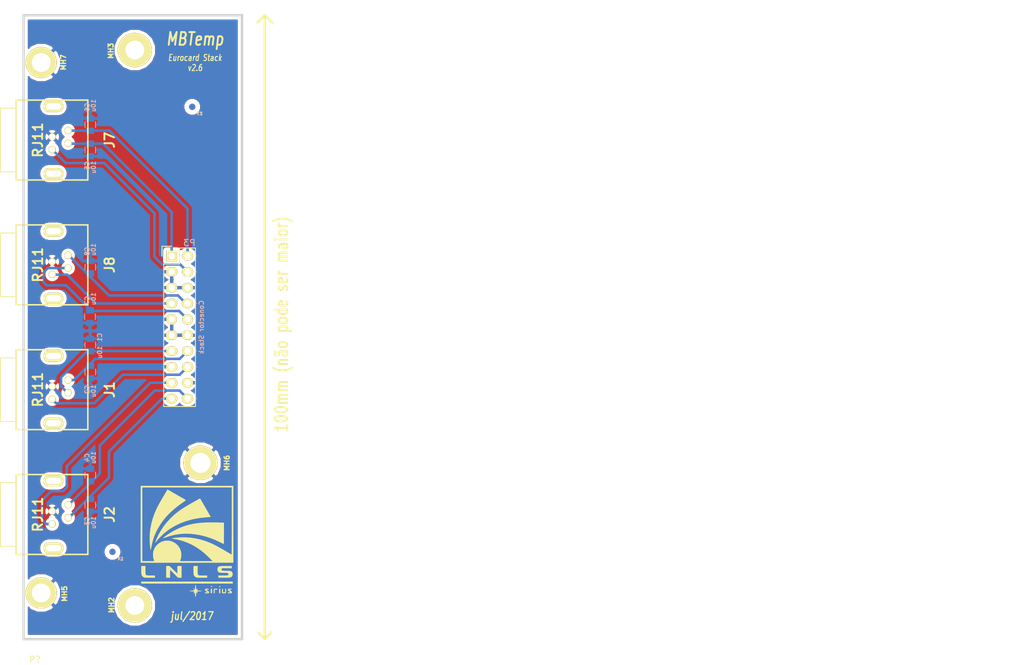
<source format=kicad_pcb>
(kicad_pcb (version 4) (host pcbnew 4.0.4+e1-6308~48~ubuntu15.10.1-stable)

  (general
    (links 42)
    (no_connects 1)
    (area 58.955379 43.2816 223.47282 150.05682)
    (thickness 1.6002)
    (drawings 20)
    (tracks 89)
    (zones 0)
    (modules 20)
    (nets 14)
  )

  (page A4)
  (layers
    (0 Superior signal)
    (31 Inferior signal)
    (32 B.Adhes user)
    (33 F.Adhes user)
    (34 B.Paste user)
    (35 F.Paste user)
    (36 B.SilkS user)
    (37 F.SilkS user)
    (38 B.Mask user)
    (39 F.Mask user)
    (40 Dwgs.User user)
    (41 Cmts.User user)
    (42 Eco1.User user)
    (43 Eco2.User user)
    (44 Edge.Cuts user)
  )

  (setup
    (last_trace_width 0.2032)
    (user_trace_width 0.254)
    (user_trace_width 0.3048)
    (user_trace_width 0.4064)
    (user_trace_width 0.6096)
    (user_trace_width 0.8128)
    (user_trace_width 1.00076)
    (user_trace_width 1.19888)
    (user_trace_width 5.5)
    (trace_clearance 0.21082)
    (zone_clearance 0.5)
    (zone_45_only yes)
    (trace_min 0.2032)
    (segment_width 0.381)
    (edge_width 0.381)
    (via_size 0.889)
    (via_drill 0.635)
    (via_min_size 0.889)
    (via_min_drill 0.508)
    (uvia_size 0.508)
    (uvia_drill 0.127)
    (uvias_allowed no)
    (uvia_min_size 0.508)
    (uvia_min_drill 0.127)
    (pcb_text_width 0.3048)
    (pcb_text_size 1.524 2.032)
    (mod_edge_width 0.1)
    (mod_text_size 1.524 1.524)
    (mod_text_width 0.3048)
    (pad_size 1 1)
    (pad_drill 0)
    (pad_to_mask_clearance 0.254)
    (aux_axis_origin 0 0)
    (visible_elements 7FFFFFFF)
    (pcbplotparams
      (layerselection 0x01fff_80000001)
      (usegerberextensions true)
      (excludeedgelayer true)
      (linewidth 0.150000)
      (plotframeref false)
      (viasonmask false)
      (mode 1)
      (useauxorigin false)
      (hpglpennumber 1)
      (hpglpenspeed 20)
      (hpglpendiameter 15)
      (hpglpenoverlay 0)
      (psnegative false)
      (psa4output false)
      (plotreference true)
      (plotvalue true)
      (plotinvisibletext false)
      (padsonsilk false)
      (subtractmaskfromsilk false)
      (outputformat 1)
      (mirror false)
      (drillshape 0)
      (scaleselection 1)
      (outputdirectory ../Gerber/))
  )

  (net 0 "")
  (net 1 /J7_1)
  (net 2 /J7_2)
  (net 3 /J7_4)
  (net 4 /J8_1)
  (net 5 /J8_2)
  (net 6 /J8_4)
  (net 7 /J1_1)
  (net 8 /J1_2)
  (net 9 /J1_4)
  (net 10 /J2_1)
  (net 11 /J2_2)
  (net 12 /J2_4)
  (net 13 /GND)

  (net_class Default "Esta é a classe de net default."
    (clearance 0.21082)
    (trace_width 0.2032)
    (via_dia 0.889)
    (via_drill 0.635)
    (uvia_dia 0.508)
    (uvia_drill 0.127)
    (add_net /GND)
    (add_net /J1_1)
    (add_net /J1_2)
    (add_net /J1_4)
    (add_net /J2_1)
    (add_net /J2_2)
    (add_net /J2_4)
    (add_net /J7_1)
    (add_net /J7_2)
    (add_net /J7_4)
    (add_net /J8_1)
    (add_net /J8_2)
    (add_net /J8_4)
  )

  (module CONTROLE:Eurocard_template (layer Superior) (tedit 5A09EBAC) (tstamp 596ABAF3)
    (at 223.012 145.796 180)
    (fp_text reference P? (at 158.242 -3.175 180) (layer F.SilkS)
      (effects (font (size 1 1) (thickness 0.15)))
    )
    (fp_text value C64AC (at 6.9 -1.4 180) (layer Cmts.User)
      (effects (font (size 1 1) (thickness 0.15)))
    )
    (fp_circle (center 142.24 5.5) (end 142.24 4) (layer F.SilkS) (width 0.15))
    (fp_circle (center 142.24 94.5) (end 142.24 96) (layer F.SilkS) (width 0.15))
    (pad 0 thru_hole circle (at 142.24 94.5 180) (size 5.5 5.5) (drill 3) (layers *.Cu *.Mask F.SilkS))
    (pad 0 thru_hole circle (at 142.24 5.5 180) (size 5.5 5.5) (drill 3) (layers *.Cu *.Mask F.SilkS))
    (pad 1 thru_hole circle (at 157.24 7.5 180) (size 5 5) (drill 3) (layers *.Cu *.Mask F.SilkS)
      (net 13 /GND))
    (pad 2 thru_hole circle (at 157.24 92.5 180) (size 5 5) (drill 3) (layers *.Cu *.Mask F.SilkS)
      (net 13 /GND))
  )

  (module Fiducials:Fiducial_1mm_Dia_2.54mm_Outer_CopperBottom (layer Superior) (tedit 5A0EBE71) (tstamp 5989AD47)
    (at 77.1906 131.7117)
    (descr "Circular Fiducial, 1mm bare copper bottom; 2.54mm keepout")
    (tags marker)
    (attr virtual)
    (fp_text reference F2 (at 1.2954 1.1303) (layer F.SilkS)
      (effects (font (size 0.5 0.5) (thickness 0.1)))
    )
    (fp_text value "" (at 0 -1.8) (layer F.Fab)
      (effects (font (size 1 1) (thickness 0.15)))
    )
    (fp_circle (center 0 0) (end 1.55 0) (layer B.CrtYd) (width 0.05))
    (pad ~ smd circle (at 0 0) (size 1 1) (layers Inferior B.Mask)
      (solder_mask_margin 0.77) (clearance 0.77))
  )

  (module Fiducials:Fiducial_1mm_Dia_2.54mm_Outer_CopperBottom (layer Inferior) (tedit 5A0EBE75) (tstamp 5989AD41)
    (at 77.1906 131.7117)
    (descr "Circular Fiducial, 1mm bare copper bottom; 2.54mm keepout")
    (tags marker)
    (attr virtual)
    (fp_text reference F4 (at 1.2954 1.1303) (layer B.SilkS)
      (effects (font (size 0.5 0.5) (thickness 0.1)) (justify mirror))
    )
    (fp_text value "" (at 0 1.8) (layer B.Fab)
      (effects (font (size 1 1) (thickness 0.15)) (justify mirror))
    )
    (fp_circle (center 0 0) (end 1.55 0) (layer F.CrtYd) (width 0.05))
    (pad ~ smd circle (at 0 0) (size 1 1) (layers Superior F.Mask)
      (solder_mask_margin 0.77) (clearance 0.77))
  )

  (module Fiducials:Fiducial_1mm_Dia_2.54mm_Outer_CopperBottom (layer Inferior) (tedit 5A0EBE82) (tstamp 5989AD06)
    (at 89.9668 60.4012)
    (descr "Circular Fiducial, 1mm bare copper bottom; 2.54mm keepout")
    (tags marker)
    (attr virtual)
    (fp_text reference F3 (at 1.2192 1.0668) (layer B.SilkS)
      (effects (font (size 0.5 0.5) (thickness 0.1)) (justify mirror))
    )
    (fp_text value "" (at 0 1.8) (layer B.Fab)
      (effects (font (size 1 1) (thickness 0.15)) (justify mirror))
    )
    (fp_circle (center 0 0) (end 1.55 0) (layer F.CrtYd) (width 0.05))
    (pad ~ smd circle (at 0 0) (size 1 1) (layers Superior F.Mask)
      (solder_mask_margin 0.77) (clearance 0.77))
  )

  (module Pin_Headers:Pin_Header_Straight_2x10 (layer Superior) (tedit 59691D9D) (tstamp 57D81FB2)
    (at 87.9412 95.72)
    (descr "Through hole pin header")
    (tags "pin header")
    (path /57D822AE)
    (fp_text reference P3 (at 1.5788 -13.52) (layer B.SilkS)
      (effects (font (size 1 1) (thickness 0.15)) (justify mirror))
    )
    (fp_text value "Conector Stack" (at 3.5088 0 90) (layer B.SilkS)
      (effects (font (size 0.75 0.75) (thickness 0.15)) (justify mirror))
    )
    (fp_line (start -3.02 -13.18) (end -3.02 13.22) (layer F.CrtYd) (width 0.05))
    (fp_line (start 3.03 -13.18) (end 3.03 13.22) (layer F.CrtYd) (width 0.05))
    (fp_line (start -3.02 -13.18) (end 3.03 -13.18) (layer F.CrtYd) (width 0.05))
    (fp_line (start -3.02 13.22) (end 3.03 13.22) (layer F.CrtYd) (width 0.05))
    (fp_line (start 2.54 12.7) (end 2.54 -12.7) (layer F.SilkS) (width 0.15))
    (fp_line (start -2.54 -10.16) (end -2.54 12.7) (layer F.SilkS) (width 0.15))
    (fp_line (start 2.54 12.7) (end -2.54 12.7) (layer F.SilkS) (width 0.15))
    (fp_line (start 2.54 -12.7) (end 0 -12.7) (layer F.SilkS) (width 0.15))
    (fp_line (start -1.27 -12.98) (end -2.82 -12.98) (layer F.SilkS) (width 0.15))
    (fp_line (start 0 -12.7) (end 0 -10.16) (layer F.SilkS) (width 0.15))
    (fp_line (start 0 -10.16) (end -2.54 -10.16) (layer F.SilkS) (width 0.15))
    (fp_line (start -2.82 -12.98) (end -2.82 -11.43) (layer F.SilkS) (width 0.15))
    (pad 1 thru_hole rect (at -1.27 -11.43) (size 1.7272 1.7272) (drill 1.016) (layers *.Cu *.Mask F.SilkS)
      (net 1 /J7_1))
    (pad 2 thru_hole oval (at 1.27 -11.43) (size 1.8 1.5) (drill 1.016) (layers *.Cu *.Mask F.SilkS)
      (net 2 /J7_2))
    (pad 3 thru_hole oval (at -1.27 -8.89) (size 1.8 1.5) (drill 1.016) (layers *.Cu *.Mask F.SilkS)
      (net 13 /GND))
    (pad 4 thru_hole oval (at 1.27 -8.89) (size 1.8 1.5) (drill 1.016) (layers *.Cu *.Mask F.SilkS)
      (net 3 /J7_4))
    (pad 5 thru_hole oval (at -1.27 -6.35) (size 1.8 1.5) (drill 1.016) (layers *.Cu *.Mask F.SilkS)
      (net 13 /GND))
    (pad 6 thru_hole oval (at 1.27 -6.35) (size 1.8 1.5) (drill 1.016) (layers *.Cu *.Mask F.SilkS)
      (net 13 /GND))
    (pad 7 thru_hole oval (at -1.27 -3.81) (size 1.8 1.5) (drill 1.016) (layers *.Cu *.Mask F.SilkS)
      (net 6 /J8_4))
    (pad 8 thru_hole oval (at 1.27 -3.81) (size 1.8 1.5) (drill 1.016) (layers *.Cu *.Mask F.SilkS)
      (net 5 /J8_2))
    (pad 9 thru_hole oval (at -1.27 -1.27) (size 1.7272 1.7272) (drill 1.016) (layers *.Cu *.Mask F.SilkS)
      (net 13 /GND))
    (pad 10 thru_hole oval (at 1.27 -1.27) (size 1.7272 1.7272) (drill 1.016) (layers *.Cu *.Mask F.SilkS)
      (net 4 /J8_1))
    (pad 11 thru_hole oval (at -1.27 1.27) (size 1.8 1.5) (drill 1.016) (layers *.Cu *.Mask F.SilkS)
      (net 13 /GND))
    (pad 12 thru_hole oval (at 1.27 1.27) (size 1.8 1.5) (drill 1.016) (layers *.Cu *.Mask F.SilkS)
      (net 13 /GND))
    (pad 13 thru_hole oval (at -1.27 3.81) (size 1.8 1.5) (drill 1.016) (layers *.Cu *.Mask F.SilkS)
      (net 7 /J1_1))
    (pad 14 thru_hole oval (at 1.27 3.81) (size 1.8 1.5) (drill 1.016) (layers *.Cu *.Mask F.SilkS)
      (net 8 /J1_2))
    (pad 15 thru_hole oval (at -1.27 6.35) (size 1.8 1.5) (drill 1.016) (layers *.Cu *.Mask F.SilkS)
      (net 13 /GND))
    (pad 16 thru_hole oval (at 1.27 6.35) (size 1.8 1.5) (drill 1.016) (layers *.Cu *.Mask F.SilkS)
      (net 9 /J1_4))
    (pad 17 thru_hole oval (at -1.27 8.89) (size 1.8 1.5) (drill 1.016) (layers *.Cu *.Mask F.SilkS)
      (net 12 /J2_4))
    (pad 18 thru_hole oval (at 1.27 8.89) (size 1.8 1.5) (drill 1.016) (layers *.Cu *.Mask F.SilkS)
      (net 13 /GND))
    (pad 19 thru_hole oval (at -1.27 11.43) (size 1.8 1.5) (drill 1.016) (layers *.Cu *.Mask F.SilkS)
      (net 10 /J2_1))
    (pad 20 thru_hole oval (at 1.27 11.43) (size 1.8 1.5) (drill 1.016) (layers *.Cu *.Mask F.SilkS)
      (net 11 /J2_2))
    (model Pin_Headers.3dshapes/Pin_Header_Straight_2x10.wrl
      (at (xyz 0.05 -0.45 0))
      (scale (xyz 1 1 1))
      (rotate (xyz 0 0 90))
    )
  )

  (module Mounting_Holes:MountingHole_3.2mm_M3_ISO14580_Pad (layer Superior) (tedit 5A09EB77) (tstamp 57EA6B42)
    (at 91.2876 117.4496)
    (descr "Mounting Hole 3.2mm, M3, ISO14580")
    (tags "mounting hole 3.2mm m3 iso14580")
    (fp_text reference REF** (at 0 -3.75) (layer Dwgs.User) hide
      (effects (font (size 1 1) (thickness 0.15)))
    )
    (fp_text value "" (at 0 3.75) (layer F.Fab)
      (effects (font (size 1 1) (thickness 0.15)))
    )
    (fp_circle (center 0 0) (end 2.75 0) (layer Cmts.User) (width 0.15))
    (fp_circle (center 0 0) (end 3 0) (layer F.CrtYd) (width 0.05))
    (pad 1 thru_hole circle (at 0 0) (size 5.5 5.5) (drill 3.2) (layers *.Cu *.Mask F.SilkS)
      (net 13 /GND))
  )

  (module CONTROLE:RJ11-4P4C-HIROSE (layer Superior) (tedit 57EA6E1E) (tstamp 526E90B4)
    (at 61.7412 125.72 270)
    (path /4DDB95FC)
    (fp_text reference J2 (at 0 -14.99 270) (layer F.SilkS)
      (effects (font (thickness 0.3048)))
    )
    (fp_text value RJ11 (at 0 -3.49 270) (layer F.SilkS)
      (effects (font (thickness 0.3048)))
    )
    (fp_line (start -5.1 2.5) (end 5.1 2.5) (layer F.SilkS) (width 0.15))
    (fp_line (start 5.1 0) (end 5.1 2.5) (layer F.SilkS) (width 0.15))
    (fp_line (start -5.1 0) (end -5.1 2.5) (layer F.SilkS) (width 0.15))
    (fp_line (start 6.4 -11.5) (end 6.4 0) (layer F.SilkS) (width 0.25))
    (fp_line (start -6.4 -11.5) (end -6.4 0) (layer F.SilkS) (width 0.25))
    (fp_line (start -6.4 -11.5) (end 6.4 -11.5) (layer F.SilkS) (width 0.25))
    (fp_line (start -6.4 0) (end 6.4 0) (layer F.SilkS) (width 0.25))
    (pad 1 thru_hole circle (at 0.51 -8.34 270) (size 1.16 1.16) (drill 0.8) (layers *.Cu *.Mask F.SilkS)
      (net 10 /J2_1))
    (pad 2 thru_hole circle (at -1.53 -8.34 270) (size 1.16 1.16) (drill 0.8) (layers *.Cu *.Mask F.SilkS)
      (net 11 /J2_2))
    (pad 3 thru_hole circle (at -0.51 -5.79 270) (size 1.16 1.16) (drill 0.8) (layers *.Cu *.Mask F.SilkS)
      (net 13 /GND))
    (pad 4 thru_hole circle (at 1.53 -5.79 270) (size 1.16 1.16) (drill 0.8) (layers *.Cu *.Mask F.SilkS)
      (net 12 /J2_4))
    (pad 8 thru_hole oval (at 5.38 -5.99 270) (size 1.8 3.2) (drill oval 1 2.4) (layers *.Cu *.Mask F.SilkS))
    (pad 7 thru_hole oval (at -5.38 -5.99 270) (size 1.8 3.2) (drill oval 1 2.4) (layers *.Cu *.Mask F.SilkS))
  )

  (module CONTROLE:RJ11-4P4C-HIROSE (layer Superior) (tedit 57EA6E1A) (tstamp 4EB91947)
    (at 61.7412 105.72 270)
    (path /4DDB95F6)
    (fp_text reference J1 (at 0 -14.99 270) (layer F.SilkS)
      (effects (font (thickness 0.3048)))
    )
    (fp_text value RJ11 (at 0 -3.49 270) (layer F.SilkS)
      (effects (font (thickness 0.3048)))
    )
    (fp_line (start -5.1 2.5) (end 5.1 2.5) (layer F.SilkS) (width 0.15))
    (fp_line (start 5.1 0) (end 5.1 2.5) (layer F.SilkS) (width 0.15))
    (fp_line (start -5.1 0) (end -5.1 2.5) (layer F.SilkS) (width 0.15))
    (fp_line (start 6.4 -11.5) (end 6.4 0) (layer F.SilkS) (width 0.25))
    (fp_line (start -6.4 -11.5) (end -6.4 0) (layer F.SilkS) (width 0.25))
    (fp_line (start -6.4 -11.5) (end 6.4 -11.5) (layer F.SilkS) (width 0.25))
    (fp_line (start -6.4 0) (end 6.4 0) (layer F.SilkS) (width 0.25))
    (pad 1 thru_hole circle (at 0.51 -8.34 270) (size 1.16 1.16) (drill 0.8) (layers *.Cu *.Mask F.SilkS)
      (net 7 /J1_1))
    (pad 2 thru_hole circle (at -1.53 -8.34 270) (size 1.16 1.16) (drill 0.8) (layers *.Cu *.Mask F.SilkS)
      (net 8 /J1_2))
    (pad 3 thru_hole circle (at -0.51 -5.79 270) (size 1.16 1.16) (drill 0.8) (layers *.Cu *.Mask F.SilkS)
      (net 13 /GND))
    (pad 4 thru_hole circle (at 1.53 -5.79 270) (size 1.16 1.16) (drill 0.8) (layers *.Cu *.Mask F.SilkS)
      (net 9 /J1_4))
    (pad 8 thru_hole oval (at 5.38 -5.99 270) (size 1.8 3.2) (drill oval 1 2.4) (layers *.Cu *.Mask F.SilkS))
    (pad 7 thru_hole oval (at -5.38 -5.99 270) (size 1.8 3.2) (drill oval 1 2.4) (layers *.Cu *.Mask F.SilkS))
  )

  (module CONTROLE:RJ11-4P4C-HIROSE (layer Superior) (tedit 57EA6E14) (tstamp 4EB9194D)
    (at 61.7412 85.72 270)
    (path /4DDB9605)
    (fp_text reference J8 (at 0 -14.99 270) (layer F.SilkS)
      (effects (font (thickness 0.3048)))
    )
    (fp_text value RJ11 (at 0 -3.49 270) (layer F.SilkS)
      (effects (font (thickness 0.3048)))
    )
    (fp_line (start -5.1 2.5) (end 5.1 2.5) (layer F.SilkS) (width 0.15))
    (fp_line (start 5.1 0) (end 5.1 2.5) (layer F.SilkS) (width 0.15))
    (fp_line (start -5.1 0) (end -5.1 2.5) (layer F.SilkS) (width 0.15))
    (fp_line (start 6.4 -11.5) (end 6.4 0) (layer F.SilkS) (width 0.25))
    (fp_line (start -6.4 -11.5) (end -6.4 0) (layer F.SilkS) (width 0.25))
    (fp_line (start -6.4 -11.5) (end 6.4 -11.5) (layer F.SilkS) (width 0.25))
    (fp_line (start -6.4 0) (end 6.4 0) (layer F.SilkS) (width 0.25))
    (pad 1 thru_hole circle (at 0.51 -8.34 270) (size 1.16 1.16) (drill 0.8) (layers *.Cu *.Mask F.SilkS)
      (net 4 /J8_1))
    (pad 2 thru_hole circle (at -1.53 -8.34 270) (size 1.16 1.16) (drill 0.8) (layers *.Cu *.Mask F.SilkS)
      (net 5 /J8_2))
    (pad 3 thru_hole circle (at -0.51 -5.79 270) (size 1.16 1.16) (drill 0.8) (layers *.Cu *.Mask F.SilkS)
      (net 13 /GND))
    (pad 4 thru_hole circle (at 1.53 -5.79 270) (size 1.16 1.16) (drill 0.8) (layers *.Cu *.Mask F.SilkS)
      (net 6 /J8_4))
    (pad 8 thru_hole oval (at 5.38 -5.99 270) (size 1.8 3.2) (drill oval 1 2.4) (layers *.Cu *.Mask F.SilkS))
    (pad 7 thru_hole oval (at -5.38 -5.99 270) (size 1.8 3.2) (drill oval 1 2.4) (layers *.Cu *.Mask F.SilkS))
  )

  (module CONTROLE:RJ11-4P4C-HIROSE (layer Superior) (tedit 57EA6E0B) (tstamp 4EB9194B)
    (at 61.7412 65.72 270)
    (path /4DDB9601)
    (fp_text reference J7 (at 0 -14.99 270) (layer F.SilkS)
      (effects (font (thickness 0.3048)))
    )
    (fp_text value RJ11 (at 0 -3.49 270) (layer F.SilkS)
      (effects (font (thickness 0.3048)))
    )
    (fp_line (start -5.1 2.5) (end 5.1 2.5) (layer F.SilkS) (width 0.15))
    (fp_line (start 5.1 0) (end 5.1 2.5) (layer F.SilkS) (width 0.15))
    (fp_line (start -5.1 0) (end -5.1 2.5) (layer F.SilkS) (width 0.15))
    (fp_line (start 6.4 -11.5) (end 6.4 0) (layer F.SilkS) (width 0.25))
    (fp_line (start -6.4 -11.5) (end -6.4 0) (layer F.SilkS) (width 0.25))
    (fp_line (start -6.4 -11.5) (end 6.4 -11.5) (layer F.SilkS) (width 0.25))
    (fp_line (start -6.4 0) (end 6.4 0) (layer F.SilkS) (width 0.25))
    (pad 1 thru_hole circle (at 0.51 -8.34 270) (size 1.16 1.16) (drill 0.8) (layers *.Cu *.Mask F.SilkS)
      (net 1 /J7_1))
    (pad 2 thru_hole circle (at -1.53 -8.34 270) (size 1.16 1.16) (drill 0.8) (layers *.Cu *.Mask F.SilkS)
      (net 2 /J7_2))
    (pad 3 thru_hole circle (at -0.51 -5.79 270) (size 1.16 1.16) (drill 0.8) (layers *.Cu *.Mask F.SilkS)
      (net 13 /GND))
    (pad 4 thru_hole circle (at 1.53 -5.79 270) (size 1.16 1.16) (drill 0.8) (layers *.Cu *.Mask F.SilkS)
      (net 3 /J7_4))
    (pad 8 thru_hole oval (at 5.38 -5.99 270) (size 1.8 3.2) (drill oval 1 2.4) (layers *.Cu *.Mask F.SilkS))
    (pad 7 thru_hole oval (at -5.38 -5.99 270) (size 1.8 3.2) (drill oval 1 2.4) (layers *.Cu *.Mask F.SilkS))
  )

  (module CONTROLE:LNLS_LOGO_Silk (layer Superior) (tedit 5903440B) (tstamp 58259E87)
    (at 89.154 129.794)
    (fp_text reference "" (at 0 0) (layer F.SilkS) hide
      (effects (font (thickness 0.3)))
    )
    (fp_text value "" (at 0.75 0) (layer F.SilkS) hide
      (effects (font (thickness 0.3)))
    )
    (fp_poly (pts (xy 1.364287 7.214795) (xy 1.369937 7.235488) (xy 1.38786 7.326207) (xy 1.407997 7.465123)
      (xy 1.426056 7.622552) (xy 1.426423 7.626257) (xy 1.442664 7.770152) (xy 1.459204 7.883088)
      (xy 1.472737 7.942875) (xy 1.473941 7.945323) (xy 1.511517 7.943959) (xy 1.577803 7.897841)
      (xy 1.586584 7.88981) (xy 1.667171 7.831416) (xy 1.706132 7.83328) (xy 1.693749 7.884314)
      (xy 1.641231 7.952153) (xy 1.586563 8.023599) (xy 1.572479 8.071078) (xy 1.574706 8.074501)
      (xy 1.622047 8.088456) (xy 1.729177 8.105752) (xy 1.877961 8.123742) (xy 1.981912 8.133968)
      (xy 2.189872 8.153713) (xy 2.323016 8.169446) (xy 2.384486 8.182652) (xy 2.377427 8.19481)
      (xy 2.304981 8.207405) (xy 2.170292 8.221917) (xy 2.168769 8.222065) (xy 1.995103 8.239439)
      (xy 1.82101 8.257764) (xy 1.70626 8.270549) (xy 1.517289 8.292564) (xy 1.625257 8.405259)
      (xy 1.692237 8.491092) (xy 1.705054 8.540823) (xy 1.669727 8.543612) (xy 1.592272 8.488621)
      (xy 1.583481 8.480505) (xy 1.53058 8.434908) (xy 1.494411 8.422849) (xy 1.470076 8.454153)
      (xy 1.452677 8.538645) (xy 1.437317 8.686149) (xy 1.428473 8.791455) (xy 1.40698 8.976987)
      (xy 1.379105 9.092732) (xy 1.345891 9.135825) (xy 1.312419 9.11033) (xy 1.297841 9.054402)
      (xy 1.281498 8.942141) (xy 1.266397 8.795222) (xy 1.263139 8.755232) (xy 1.247231 8.586215)
      (xy 1.228552 8.486962) (xy 1.202852 8.449098) (xy 1.16588 8.464248) (xy 1.133231 8.49923)
      (xy 1.076821 8.548354) (xy 1.050292 8.557846) (xy 1.016907 8.532223) (xy 1.028649 8.470816)
      (xy 1.079358 8.396812) (xy 1.097885 8.378623) (xy 1.179769 8.304518) (xy 1.088115 8.278769)
      (xy 0.994294 8.262147) (xy 0.862862 8.249841) (xy 0.801077 8.246873) (xy 0.646188 8.236525)
      (xy 0.492865 8.217983) (xy 0.449385 8.210515) (xy 0.372355 8.194468) (xy 0.348454 8.183148)
      (xy 0.384742 8.173081) (xy 0.488276 8.160792) (xy 0.566615 8.152815) (xy 0.735889 8.135185)
      (xy 0.901507 8.116932) (xy 1.010617 8.104072) (xy 1.181081 8.082818) (xy 1.072082 7.969047)
      (xy 1.005384 7.883719) (xy 0.991127 7.832892) (xy 1.023981 7.827783) (xy 1.098616 7.879611)
      (xy 1.109724 7.88981) (xy 1.177596 7.940502) (xy 1.219525 7.94796) (xy 1.221672 7.945323)
      (xy 1.234984 7.892217) (xy 1.25152 7.785265) (xy 1.266441 7.659076) (xy 1.284416 7.500964)
      (xy 1.303964 7.352871) (xy 1.31721 7.268307) (xy 1.334407 7.180892) (xy 1.347121 7.164909)
      (xy 1.364287 7.214795)) (layer F.SilkS) (width 0.01))
    (fp_poly (pts (xy 3.327469 7.817974) (xy 3.401775 7.829448) (xy 3.43301 7.855364) (xy 3.438769 7.893538)
      (xy 3.429826 7.937936) (xy 3.390871 7.961541) (xy 3.303714 7.970698) (xy 3.214077 7.971905)
      (xy 2.989385 7.972119) (xy 3.253154 8.130378) (xy 3.396533 8.222537) (xy 3.479813 8.293401)
      (xy 3.514277 8.353493) (xy 3.516923 8.376349) (xy 3.502315 8.462341) (xy 3.450265 8.517264)
      (xy 3.348436 8.547025) (xy 3.184491 8.557531) (xy 3.137877 8.557846) (xy 2.990445 8.555901)
      (xy 2.904734 8.547073) (xy 2.864346 8.526869) (xy 2.852884 8.490797) (xy 2.852615 8.479692)
      (xy 2.860882 8.436712) (xy 2.897387 8.413039) (xy 2.979692 8.403016) (xy 3.096846 8.401007)
      (xy 3.341077 8.400477) (xy 3.096846 8.255715) (xy 2.964678 8.172151) (xy 2.889366 8.108032)
      (xy 2.857084 8.049452) (xy 2.852615 8.01006) (xy 2.868143 7.913587) (xy 2.923111 7.853788)
      (xy 3.030101 7.82346) (xy 3.192585 7.815384) (xy 3.327469 7.817974)) (layer F.SilkS) (width 0.01))
    (fp_poly (pts (xy 3.933411 7.817962) (xy 3.961954 7.835455) (xy 3.977635 7.882504) (xy 3.984307 7.973746)
      (xy 3.985821 8.123821) (xy 3.985846 8.186615) (xy 3.985168 8.358593) (xy 3.980564 8.467056)
      (xy 3.968183 8.526644) (xy 3.944172 8.551996) (xy 3.904678 8.557752) (xy 3.888154 8.557846)
      (xy 3.842896 8.555268) (xy 3.814353 8.537774) (xy 3.798672 8.490726) (xy 3.792001 8.399484)
      (xy 3.790486 8.249409) (xy 3.790461 8.186615) (xy 3.79114 8.014637) (xy 3.795743 7.906174)
      (xy 3.808124 7.846586) (xy 3.832136 7.821233) (xy 3.871629 7.815478) (xy 3.888154 7.815384)
      (xy 3.933411 7.817962)) (layer F.SilkS) (width 0.01))
    (fp_poly (pts (xy 4.734238 7.817974) (xy 4.808545 7.829448) (xy 4.839779 7.855364) (xy 4.845538 7.893538)
      (xy 4.83621 7.938703) (xy 4.795876 7.962231) (xy 4.706016 7.970858) (xy 4.630615 7.971692)
      (xy 4.415692 7.971692) (xy 4.415692 8.264769) (xy 4.413846 8.414615) (xy 4.405429 8.502536)
      (xy 4.386122 8.544728) (xy 4.351607 8.557386) (xy 4.337538 8.557846) (xy 4.299171 8.551532)
      (xy 4.275907 8.522288) (xy 4.264023 8.45466) (xy 4.259796 8.333196) (xy 4.259385 8.233507)
      (xy 4.265283 8.052362) (xy 4.2819 7.923926) (xy 4.306277 7.862276) (xy 4.369803 7.836708)
      (xy 4.4867 7.819891) (xy 4.599354 7.815384) (xy 4.734238 7.817974)) (layer F.SilkS) (width 0.01))
    (fp_poly (pts (xy 5.262026 7.817962) (xy 5.290569 7.835455) (xy 5.306251 7.882504) (xy 5.312922 7.973746)
      (xy 5.314437 8.123821) (xy 5.314461 8.186615) (xy 5.313783 8.358593) (xy 5.309179 8.467056)
      (xy 5.296798 8.526644) (xy 5.272787 8.551996) (xy 5.233294 8.557752) (xy 5.216769 8.557846)
      (xy 5.171512 8.555268) (xy 5.142969 8.537774) (xy 5.127288 8.490726) (xy 5.120616 8.399484)
      (xy 5.119102 8.249409) (xy 5.119077 8.186615) (xy 5.119755 8.014637) (xy 5.124359 7.906174)
      (xy 5.13674 7.846586) (xy 5.160751 7.821233) (xy 5.200244 7.815478) (xy 5.216769 7.815384)
      (xy 5.262026 7.817962)) (layer F.SilkS) (width 0.01))
    (fp_poly (pts (xy 6.212521 7.821698) (xy 6.235785 7.850942) (xy 6.247669 7.91857) (xy 6.251896 8.040033)
      (xy 6.252308 8.139723) (xy 6.246409 8.320868) (xy 6.229792 8.449304) (xy 6.205415 8.510953)
      (xy 6.146323 8.533101) (xy 6.03652 8.548859) (xy 5.902108 8.557308) (xy 5.769189 8.557526)
      (xy 5.663863 8.548596) (xy 5.614051 8.531794) (xy 5.602392 8.483406) (xy 5.593429 8.376289)
      (xy 5.588523 8.229856) (xy 5.588 8.160564) (xy 5.589352 7.995317) (xy 5.595676 7.893202)
      (xy 5.610367 7.839211) (xy 5.636824 7.818336) (xy 5.666154 7.815384) (xy 5.706113 7.822306)
      (xy 5.729558 7.85387) (xy 5.74081 7.926271) (xy 5.744185 8.055705) (xy 5.744308 8.108461)
      (xy 5.744308 8.401538) (xy 6.096 8.401538) (xy 6.096 8.108461) (xy 6.097846 7.958614)
      (xy 6.106263 7.870693) (xy 6.12557 7.828502) (xy 6.160086 7.815844) (xy 6.174154 7.815384)
      (xy 6.212521 7.821698)) (layer F.SilkS) (width 0.01))
    (fp_poly (pts (xy 7.0007 7.817974) (xy 7.075006 7.829448) (xy 7.10624 7.855364) (xy 7.112 7.893538)
      (xy 7.103057 7.937936) (xy 7.064102 7.961541) (xy 6.976945 7.970698) (xy 6.887308 7.971905)
      (xy 6.662615 7.972119) (xy 6.926385 8.130378) (xy 7.069764 8.222537) (xy 7.153044 8.293401)
      (xy 7.187508 8.353493) (xy 7.190154 8.376349) (xy 7.175545 8.462341) (xy 7.123495 8.517264)
      (xy 7.021667 8.547025) (xy 6.857722 8.557531) (xy 6.811108 8.557846) (xy 6.663676 8.555901)
      (xy 6.577964 8.547073) (xy 6.537576 8.526869) (xy 6.526115 8.490797) (xy 6.525846 8.479692)
      (xy 6.534112 8.436712) (xy 6.570618 8.413039) (xy 6.652923 8.403016) (xy 6.770077 8.401007)
      (xy 7.014308 8.400477) (xy 6.770077 8.255715) (xy 6.637909 8.172151) (xy 6.562597 8.108032)
      (xy 6.530315 8.049452) (xy 6.525846 8.01006) (xy 6.541373 7.913587) (xy 6.596342 7.853788)
      (xy 6.703332 7.82346) (xy 6.865815 7.815384) (xy 7.0007 7.817974)) (layer F.SilkS) (width 0.01))
    (fp_poly (pts (xy 0.976923 7.756769) (xy 0.957385 7.776307) (xy 0.937846 7.756769) (xy 0.957385 7.73723)
      (xy 0.976923 7.756769)) (layer F.SilkS) (width 0.01))
    (fp_poly (pts (xy 3.96476 7.403855) (xy 3.985846 7.463692) (xy 3.96295 7.524977) (xy 3.888154 7.541846)
      (xy 3.811547 7.523529) (xy 3.790461 7.463692) (xy 3.813358 7.402406) (xy 3.888154 7.385538)
      (xy 3.96476 7.403855)) (layer F.SilkS) (width 0.01))
    (fp_poly (pts (xy 5.293376 7.403855) (xy 5.314461 7.463692) (xy 5.291565 7.524977) (xy 5.216769 7.541846)
      (xy 5.140162 7.523529) (xy 5.119077 7.463692) (xy 5.141973 7.402406) (xy 5.216769 7.385538)
      (xy 5.293376 7.403855)) (layer F.SilkS) (width 0.01))
    (fp_poly (pts (xy 7.307385 6.994769) (xy -7.346462 6.994769) (xy -7.346462 6.682153) (xy 7.307385 6.682153)
      (xy 7.307385 6.994769)) (layer F.SilkS) (width 0.01))
    (fp_poly (pts (xy -6.682154 4.847314) (xy -6.682425 5.127233) (xy -6.676852 5.338666) (xy -6.655856 5.491193)
      (xy -6.609858 5.594394) (xy -6.529277 5.657848) (xy -6.404535 5.691135) (xy -6.226052 5.703833)
      (xy -5.984248 5.705523) (xy -5.824238 5.70523) (xy -5.158154 5.70523) (xy -5.158154 6.056923)
      (xy -5.990028 6.056923) (xy -6.267895 6.056482) (xy -6.47961 6.054461) (xy -6.63717 6.049811)
      (xy -6.752576 6.041483) (xy -6.837826 6.02843) (xy -6.904919 6.009602) (xy -6.965855 5.983952)
      (xy -6.996259 5.969) (xy -7.145481 5.867041) (xy -7.249932 5.72337) (xy -7.258539 5.70672)
      (xy -7.290773 5.637245) (xy -7.314034 5.567052) (xy -7.32977 5.482154) (xy -7.339426 5.36857)
      (xy -7.344449 5.212315) (xy -7.346285 4.999405) (xy -7.346462 4.856796) (xy -7.346462 4.18123)
      (xy -6.682154 4.18123) (xy -6.682154 4.847314)) (layer F.SilkS) (width 0.01))
    (fp_poly (pts (xy -0.898769 6.056923) (xy -1.464522 6.056923) (xy -2.099953 5.422367) (xy -2.735385 4.787811)
      (xy -2.735385 6.056923) (xy -3.360615 6.056923) (xy -3.360615 4.18123) (xy -3.096846 4.182116)
      (xy -2.833077 4.183003) (xy -1.563077 5.399827) (xy -1.563077 4.18123) (xy -0.898769 4.18123)
      (xy -0.898769 6.056923)) (layer F.SilkS) (width 0.01))
    (fp_poly (pts (xy 1.680308 4.847314) (xy 1.680667 5.090149) (xy 1.682798 5.267373) (xy 1.688279 5.391531)
      (xy 1.698689 5.475167) (xy 1.715607 5.530823) (xy 1.740612 5.571044) (xy 1.775284 5.608374)
      (xy 1.776224 5.609314) (xy 1.813636 5.644231) (xy 1.853646 5.669444) (xy 1.908798 5.686534)
      (xy 1.991635 5.697078) (xy 2.114702 5.702656) (xy 2.290541 5.704847) (xy 2.531696 5.70523)
      (xy 3.204308 5.70523) (xy 3.204308 6.056923) (xy 2.372434 6.056923) (xy 2.094566 6.056482)
      (xy 1.882852 6.054461) (xy 1.725291 6.049811) (xy 1.609886 6.041483) (xy 1.524636 6.02843)
      (xy 1.457542 6.009602) (xy 1.396607 5.983952) (xy 1.366203 5.969) (xy 1.216981 5.867041)
      (xy 1.112529 5.72337) (xy 1.103923 5.70672) (xy 1.071689 5.637245) (xy 1.048427 5.567052)
      (xy 1.032692 5.482154) (xy 1.023036 5.36857) (xy 1.018013 5.212315) (xy 1.016176 4.999405)
      (xy 1.016 4.856796) (xy 1.016 4.18123) (xy 1.680308 4.18123) (xy 1.680308 4.847314)) (layer F.SilkS) (width 0.01))
    (fp_poly (pts (xy 7.151077 4.532923) (xy 5.589802 4.532923) (xy 5.527508 4.627994) (xy 5.492442 4.739362)
      (xy 5.529325 4.840732) (xy 5.632087 4.917541) (xy 5.651535 4.925562) (xy 5.724185 4.938672)
      (xy 5.858443 4.949778) (xy 6.03777 4.957986) (xy 6.245629 4.962403) (xy 6.342775 4.962915)
      (xy 6.576338 4.964018) (xy 6.74613 4.968241) (xy 6.866517 4.977154) (xy 6.951864 4.992329)
      (xy 7.01654 5.015335) (xy 7.065505 5.041924) (xy 7.19788 5.165042) (xy 7.278549 5.328998)
      (xy 7.303122 5.512428) (xy 7.267208 5.693967) (xy 7.218682 5.787375) (xy 7.161585 5.866431)
      (xy 7.101662 5.928354) (xy 7.028969 5.975224) (xy 6.933561 6.009121) (xy 6.805493 6.032122)
      (xy 6.634823 6.046309) (xy 6.411604 6.05376) (xy 6.125893 6.056555) (xy 5.929923 6.056862)
      (xy 5.001846 6.056923) (xy 5.001846 5.70523) (xy 5.75779 5.70523) (xy 6.021521 5.704621)
      (xy 6.218186 5.70215) (xy 6.358866 5.696852) (xy 6.454643 5.687762) (xy 6.516599 5.673915)
      (xy 6.555816 5.654347) (xy 6.578405 5.633769) (xy 6.636508 5.523833) (xy 6.624101 5.414954)
      (xy 6.556228 5.336215) (xy 6.50673 5.312108) (xy 6.430062 5.295015) (xy 6.314211 5.283901)
      (xy 6.147161 5.277728) (xy 5.916899 5.275462) (xy 5.850903 5.275384) (xy 5.579027 5.272982)
      (xy 5.373023 5.26362) (xy 5.220699 5.244069) (xy 5.109862 5.211097) (xy 5.028318 5.161473)
      (xy 4.963876 5.091966) (xy 4.92211 5.029256) (xy 4.860707 4.864272) (xy 4.849104 4.675259)
      (xy 4.887466 4.496776) (xy 4.919225 4.432103) (xy 4.968871 4.359156) (xy 5.024941 4.301815)
      (xy 5.096981 4.258221) (xy 5.19454 4.226518) (xy 5.327166 4.20485) (xy 5.504406 4.19136)
      (xy 5.735808 4.184192) (xy 6.030921 4.181488) (xy 6.209367 4.18123) (xy 7.151077 4.18123)
      (xy 7.151077 4.532923)) (layer F.SilkS) (width 0.01))
    (fp_poly (pts (xy 7.405077 3.653692) (xy -0.010957 3.663562) (xy -0.936873 3.664703) (xy -1.787446 3.665549)
      (xy -2.565485 3.666086) (xy -3.273799 3.666298) (xy -3.9152 3.66617) (xy -4.492496 3.665689)
      (xy -5.008496 3.664839) (xy -5.466012 3.663605) (xy -5.867853 3.661973) (xy -6.216827 3.659928)
      (xy -6.515746 3.657455) (xy -6.767419 3.654539) (xy -6.974655 3.651166) (xy -7.140265 3.64732)
      (xy -7.267058 3.642988) (xy -7.357843 3.638154) (xy -7.415431 3.632803) (xy -7.442632 3.626921)
      (xy -7.445608 3.624485) (xy -7.447632 3.580551) (xy -7.449468 3.462691) (xy -7.451111 3.27513)
      (xy -7.452555 3.022096) (xy -7.453794 2.707815) (xy -7.454822 2.336513) (xy -7.455633 1.912419)
      (xy -7.456222 1.439757) (xy -7.456582 0.922756) (xy -7.456708 0.365642) (xy -7.456593 -0.22736)
      (xy -7.456233 -0.852021) (xy -7.45562 -1.504115) (xy -7.454749 -2.179416) (xy -7.45419 -2.54)
      (xy -7.444571 -8.401539) (xy -7.190154 -8.401539) (xy -7.190154 3.399692) (xy -6.232769 3.399692)
      (xy -5.968539 3.399258) (xy -5.732246 3.398039) (xy -5.534459 3.396158) (xy -5.385749 3.393737)
      (xy -5.296683 3.3909) (xy -5.275385 3.388568) (xy -5.287711 3.349064) (xy -5.319874 3.256961)
      (xy -5.360501 3.144337) (xy -5.424266 2.900854) (xy -5.460591 2.612609) (xy -5.468745 2.308288)
      (xy -5.447997 2.016577) (xy -5.397616 1.766163) (xy -5.395779 1.760049) (xy -5.239485 1.372098)
      (xy -5.02282 1.025841) (xy -4.753333 0.726974) (xy -4.438574 0.481195) (xy -4.086092 0.2942)
      (xy -3.703437 0.171685) (xy -3.298158 0.119348) (xy -3.219411 0.117808) (xy -2.904822 0.132754)
      (xy -2.628679 0.184244) (xy -2.356743 0.280103) (xy -2.207846 0.348989) (xy -1.844385 0.569215)
      (xy -1.535707 0.841101) (xy -1.285678 1.157526) (xy -1.098159 1.51137) (xy -0.977016 1.895511)
      (xy -0.926112 2.302829) (xy -0.943118 2.679916) (xy -0.972721 2.859882) (xy -1.014218 3.041174)
      (xy -1.056606 3.178657) (xy -1.098683 3.290969) (xy -1.126508 3.368325) (xy -1.133211 3.389923)
      (xy -1.095206 3.391585) (xy -0.985454 3.393159) (xy -0.810363 3.394619) (xy -0.576341 3.395942)
      (xy -0.289795 3.397104) (xy 0.042867 3.39808) (xy 0.415237 3.398847) (xy 0.820909 3.399381)
      (xy 1.253475 3.399658) (xy 1.471783 3.399692) (xy 4.076797 3.399692) (xy 3.591706 2.907758)
      (xy 2.911478 2.263027) (xy 2.216749 1.694352) (xy 1.505605 1.200657) (xy 0.776132 0.780864)
      (xy 0.026417 0.433897) (xy -0.745455 0.158677) (xy -1.541397 -0.045872) (xy -1.719385 -0.081394)
      (xy -1.937685 -0.123384) (xy -2.131563 -0.161841) (xy -2.286897 -0.193872) (xy -2.389563 -0.216582)
      (xy -2.422769 -0.225474) (xy -2.424982 -0.242774) (xy -2.357953 -0.26417) (xy -2.230413 -0.288425)
      (xy -2.051091 -0.314304) (xy -1.828719 -0.340569) (xy -1.572026 -0.365984) (xy -1.289743 -0.389314)
      (xy -1.239956 -0.392975) (xy -0.392436 -0.415889) (xy 0.466554 -0.364475) (xy 1.32999 -0.240344)
      (xy 2.19085 -0.045102) (xy 3.04211 0.219643) (xy 3.876748 0.552281) (xy 4.68774 0.951206)
      (xy 4.729365 0.97386) (xy 4.900041 1.068571) (xy 5.122508 1.194084) (xy 5.381228 1.341517)
      (xy 5.660662 1.501986) (xy 5.945274 1.666609) (xy 6.162432 1.793099) (xy 6.408117 1.936252)
      (xy 6.631571 2.065584) (xy 6.823997 2.176074) (xy 6.976598 2.262699) (xy 7.080576 2.320438)
      (xy 7.127136 2.344269) (xy 7.128528 2.344615) (xy 7.13122 2.306282) (xy 7.133819 2.194256)
      (xy 7.136308 2.013) (xy 7.138669 1.766974) (xy 7.140881 1.460642) (xy 7.142927 1.098463)
      (xy 7.144788 0.684899) (xy 7.146444 0.224413) (xy 7.147878 -0.278534) (xy 7.149071 -0.819481)
      (xy 7.150004 -1.393967) (xy 7.150657 -1.997528) (xy 7.151014 -2.625705) (xy 7.151077 -3.028462)
      (xy 7.151077 -8.401539) (xy -7.190154 -8.401539) (xy -7.444571 -8.401539) (xy -7.444154 -8.655539)
      (xy 7.405077 -8.655539) (xy 7.405077 3.653692)) (layer F.SilkS) (width 0.01))
    (fp_poly (pts (xy -3.029847 -8.013203) (xy -2.958267 -7.970998) (xy -2.828937 -7.895832) (xy -2.651966 -7.793509)
      (xy -2.437465 -7.669836) (xy -2.195543 -7.53062) (xy -1.936311 -7.381665) (xy -1.669878 -7.228779)
      (xy -1.406354 -7.077767) (xy -1.15585 -6.934435) (xy -0.928475 -6.804591) (xy -0.734339 -6.69404)
      (xy -0.615528 -6.626656) (xy -0.455103 -6.534078) (xy -0.322934 -6.454316) (xy -0.232087 -6.395507)
      (xy -0.195629 -6.365792) (xy -0.195451 -6.364994) (xy -0.225898 -6.335258) (xy -0.309229 -6.271027)
      (xy -0.43335 -6.181232) (xy -0.586167 -6.074806) (xy -0.615462 -6.054796) (xy -1.386469 -5.502773)
      (xy -2.084122 -4.945683) (xy -2.713221 -4.378384) (xy -3.278565 -3.795732) (xy -3.784954 -3.192583)
      (xy -4.237188 -2.563796) (xy -4.640066 -1.904225) (xy -4.843614 -1.524) (xy -5.058874 -1.08115)
      (xy -5.23821 -0.661742) (xy -5.38906 -0.243876) (xy -5.518861 0.194347) (xy -5.635052 0.674826)
      (xy -5.705556 1.013868) (xy -5.75986 1.282454) (xy -5.802053 1.476242) (xy -5.832737 1.597545)
      (xy -5.852513 1.648677) (xy -5.861983 1.631952) (xy -5.862778 1.618435) (xy -5.868673 1.566675)
      (xy -5.883566 1.455936) (xy -5.904943 1.304541) (xy -5.921295 1.191846) (xy -5.942936 1.01258)
      (xy -5.964257 0.780034) (xy -5.98333 0.519065) (xy -5.998224 0.25453) (xy -6.003204 0.136769)
      (xy -5.997525 -0.761071) (xy -5.914041 -1.655805) (xy -5.753082 -2.546141) (xy -5.514976 -3.430784)
      (xy -5.200053 -4.308441) (xy -4.80864 -5.177819) (xy -4.507235 -5.748829) (xy -4.409193 -5.922284)
      (xy -4.28059 -6.147043) (xy -4.130647 -6.407141) (xy -3.96859 -6.686613) (xy -3.80364 -6.969494)
      (xy -3.689994 -7.163373) (xy -3.148463 -8.084935) (xy -3.029847 -8.013203)) (layer F.SilkS) (width 0.01))
    (fp_poly (pts (xy 4.504447 -2.798666) (xy 4.713065 -2.794214) (xy 5.900615 -2.765485) (xy 5.900615 -1.050589)
      (xy 5.89997 -0.693121) (xy 5.898125 -0.361043) (xy 5.895214 -0.062231) (xy 5.891373 0.195439)
      (xy 5.886737 0.40409) (xy 5.88144 0.555845) (xy 5.875617 0.642827) (xy 5.871308 0.660958)
      (xy 5.826968 0.643015) (xy 5.727489 0.59654) (xy 5.587371 0.528471) (xy 5.421116 0.445749)
      (xy 5.412154 0.44124) (xy 4.562649 0.041877) (xy 3.734848 -0.288667) (xy 2.919088 -0.553159)
      (xy 2.105708 -0.754364) (xy 1.285044 -0.895047) (xy 0.455981 -0.97742) (xy -0.342453 -0.997117)
      (xy -1.125824 -0.949298) (xy -1.904715 -0.832414) (xy -2.689712 -0.644918) (xy -3.421321 -0.410544)
      (xy -3.584752 -0.354627) (xy -3.722025 -0.312285) (xy -3.815898 -0.288566) (xy -3.8471 -0.285906)
      (xy -3.842909 -0.314364) (xy -3.780445 -0.377254) (xy -3.668383 -0.468687) (xy -3.515399 -0.582775)
      (xy -3.33017 -0.713629) (xy -3.121371 -0.85536) (xy -2.897678 -1.00208) (xy -2.667769 -1.1479)
      (xy -2.440317 -1.28693) (xy -2.224 -1.413284) (xy -2.027494 -1.521071) (xy -2.026498 -1.521595)
      (xy -1.463464 -1.799984) (xy -0.902593 -2.040701) (xy -0.335569 -2.245315) (xy 0.245923 -2.415398)
      (xy 0.850202 -2.552519) (xy 1.485582 -2.658249) (xy 2.16038 -2.734158) (xy 2.882913 -2.781817)
      (xy 3.661497 -2.802796) (xy 4.504447 -2.798666)) (layer F.SilkS) (width 0.01))
    (fp_poly (pts (xy 2.167159 -6.476359) (xy 2.216689 -6.394134) (xy 2.295921 -6.259859) (xy 2.399903 -6.082123)
      (xy 2.523683 -5.869515) (xy 2.662311 -5.630623) (xy 2.810833 -5.374038) (xy 2.964299 -5.108348)
      (xy 3.117756 -4.842142) (xy 3.266254 -4.584009) (xy 3.404841 -4.342539) (xy 3.528564 -4.126321)
      (xy 3.632472 -3.943943) (xy 3.711614 -3.803995) (xy 3.761038 -3.715066) (xy 3.775995 -3.685681)
      (xy 3.737043 -3.68025) (xy 3.632456 -3.669417) (xy 3.474479 -3.654349) (xy 3.275353 -3.636213)
      (xy 3.047424 -3.616187) (xy 2.469228 -3.560252) (xy 1.95412 -3.497116) (xy 1.487184 -3.424465)
      (xy 1.053506 -3.339986) (xy 0.648485 -3.244029) (xy -0.235678 -2.984577) (xy -1.061026 -2.676429)
      (xy -1.831871 -2.316964) (xy -2.552524 -1.903563) (xy -3.227295 -1.433605) (xy -3.860498 -0.904472)
      (xy -4.456442 -0.313543) (xy -4.786778 0.058615) (xy -4.921968 0.21794) (xy -5.01449 0.326112)
      (xy -5.072408 0.391427) (xy -5.103791 0.422178) (xy -5.116703 0.426661) (xy -5.119211 0.41317)
      (xy -5.119077 0.400331) (xy -5.103389 0.341419) (xy -5.060501 0.22635) (xy -4.996674 0.069598)
      (xy -4.91817 -0.114367) (xy -4.831253 -0.311073) (xy -4.742185 -0.506048) (xy -4.657227 -0.68482)
      (xy -4.599194 -0.801077) (xy -4.212116 -1.495836) (xy -3.791153 -2.134992) (xy -3.321986 -2.738609)
      (xy -2.814162 -3.302) (xy -2.498358 -3.62135) (xy -2.188103 -3.915002) (xy -1.873717 -4.190105)
      (xy -1.545521 -4.453809) (xy -1.193835 -4.713263) (xy -0.808981 -4.975615) (xy -0.381278 -5.248016)
      (xy 0.098952 -5.537614) (xy 0.625231 -5.842352) (xy 0.84581 -5.967637) (xy 1.077545 -6.098483)
      (xy 1.307337 -6.227569) (xy 1.522088 -6.347576) (xy 1.708696 -6.451186) (xy 1.854063 -6.531077)
      (xy 1.945089 -6.579931) (xy 1.947297 -6.581075) (xy 2.064713 -6.641793) (xy 2.167159 -6.476359)) (layer F.SilkS) (width 0.01))
  )

  (module Capacitors_SMD:C_0805 (layer Inferior) (tedit 5A05DE8D) (tstamp 5968E42C)
    (at 73.636 98.564 90)
    (descr "Capacitor SMD 0805, reflow soldering, AVX (see smccp.pdf)")
    (tags "capacitor 0805")
    (path /5968D89D)
    (attr smd)
    (fp_text reference C1 (at 1.22612 1.51244 90) (layer B.SilkS)
      (effects (font (size 0.7 0.7) (thickness 0.15)) (justify mirror))
    )
    (fp_text value 10u (at -1.16656 1.51244 90) (layer B.SilkS)
      (effects (font (size 0.7 0.7) (thickness 0.15)) (justify mirror))
    )
    (fp_text user %R (at 0 1.5 90) (layer B.Fab)
      (effects (font (size 1 1) (thickness 0.15)) (justify mirror))
    )
    (fp_line (start -1 -0.62) (end -1 0.62) (layer B.Fab) (width 0.1))
    (fp_line (start 1 -0.62) (end -1 -0.62) (layer B.Fab) (width 0.1))
    (fp_line (start 1 0.62) (end 1 -0.62) (layer B.Fab) (width 0.1))
    (fp_line (start -1 0.62) (end 1 0.62) (layer B.Fab) (width 0.1))
    (fp_line (start 0.5 0.85) (end -0.5 0.85) (layer B.SilkS) (width 0.12))
    (fp_line (start -0.5 -0.85) (end 0.5 -0.85) (layer B.SilkS) (width 0.12))
    (fp_line (start -1.75 0.88) (end 1.75 0.88) (layer B.CrtYd) (width 0.05))
    (fp_line (start -1.75 0.88) (end -1.75 -0.87) (layer B.CrtYd) (width 0.05))
    (fp_line (start 1.75 -0.87) (end 1.75 0.88) (layer B.CrtYd) (width 0.05))
    (fp_line (start 1.75 -0.87) (end -1.75 -0.87) (layer B.CrtYd) (width 0.05))
    (pad 1 smd rect (at -1 0 90) (size 1 1.25) (layers Inferior B.Paste B.Mask)
      (net 7 /J1_1))
    (pad 2 smd rect (at 1 0 90) (size 1 1.25) (layers Inferior B.Paste B.Mask)
      (net 13 /GND))
    (model Capacitors_SMD.3dshapes/C_0805.wrl
      (at (xyz 0 0 0))
      (scale (xyz 1 1 1))
      (rotate (xyz 0 0 0))
    )
  )

  (module Capacitors_SMD:C_0805 (layer Inferior) (tedit 5968F6D3) (tstamp 5968E432)
    (at 73.636 102.894 270)
    (descr "Capacitor SMD 0805, reflow soldering, AVX (see smccp.pdf)")
    (tags "capacitor 0805")
    (path /5968DA1A)
    (attr smd)
    (fp_text reference C2 (at 2.794 0.508 270) (layer B.SilkS)
      (effects (font (size 0.7 0.7) (thickness 0.15)) (justify mirror))
    )
    (fp_text value 10u (at 3.048 -0.508 270) (layer B.SilkS)
      (effects (font (size 0.7 0.7) (thickness 0.15)) (justify mirror))
    )
    (fp_text user %R (at 0 1.5 270) (layer B.Fab)
      (effects (font (size 1 1) (thickness 0.15)) (justify mirror))
    )
    (fp_line (start -1 -0.62) (end -1 0.62) (layer B.Fab) (width 0.1))
    (fp_line (start 1 -0.62) (end -1 -0.62) (layer B.Fab) (width 0.1))
    (fp_line (start 1 0.62) (end 1 -0.62) (layer B.Fab) (width 0.1))
    (fp_line (start -1 0.62) (end 1 0.62) (layer B.Fab) (width 0.1))
    (fp_line (start 0.5 0.85) (end -0.5 0.85) (layer B.SilkS) (width 0.12))
    (fp_line (start -0.5 -0.85) (end 0.5 -0.85) (layer B.SilkS) (width 0.12))
    (fp_line (start -1.75 0.88) (end 1.75 0.88) (layer B.CrtYd) (width 0.05))
    (fp_line (start -1.75 0.88) (end -1.75 -0.87) (layer B.CrtYd) (width 0.05))
    (fp_line (start 1.75 -0.87) (end 1.75 0.88) (layer B.CrtYd) (width 0.05))
    (fp_line (start 1.75 -0.87) (end -1.75 -0.87) (layer B.CrtYd) (width 0.05))
    (pad 1 smd rect (at -1 0 270) (size 1 1.25) (layers Inferior B.Paste B.Mask)
      (net 8 /J1_2))
    (pad 2 smd rect (at 1 0 270) (size 1 1.25) (layers Inferior B.Paste B.Mask)
      (net 13 /GND))
    (model Capacitors_SMD.3dshapes/C_0805.wrl
      (at (xyz 0 0 0))
      (scale (xyz 1 1 1))
      (rotate (xyz 0 0 0))
    )
  )

  (module Capacitors_SMD:C_0805 (layer Inferior) (tedit 5968F6E5) (tstamp 5968E438)
    (at 73.636 124.23 270)
    (descr "Capacitor SMD 0805, reflow soldering, AVX (see smccp.pdf)")
    (tags "capacitor 0805")
    (path /5968DC18)
    (attr smd)
    (fp_text reference C3 (at 2.54 0.508 270) (layer B.SilkS)
      (effects (font (size 0.7 0.7) (thickness 0.15)) (justify mirror))
    )
    (fp_text value 10u (at 2.794 -0.508 270) (layer B.SilkS)
      (effects (font (size 0.7 0.7) (thickness 0.15)) (justify mirror))
    )
    (fp_text user %R (at 0 1.5 270) (layer B.Fab)
      (effects (font (size 1 1) (thickness 0.15)) (justify mirror))
    )
    (fp_line (start -1 -0.62) (end -1 0.62) (layer B.Fab) (width 0.1))
    (fp_line (start 1 -0.62) (end -1 -0.62) (layer B.Fab) (width 0.1))
    (fp_line (start 1 0.62) (end 1 -0.62) (layer B.Fab) (width 0.1))
    (fp_line (start -1 0.62) (end 1 0.62) (layer B.Fab) (width 0.1))
    (fp_line (start 0.5 0.85) (end -0.5 0.85) (layer B.SilkS) (width 0.12))
    (fp_line (start -0.5 -0.85) (end 0.5 -0.85) (layer B.SilkS) (width 0.12))
    (fp_line (start -1.75 0.88) (end 1.75 0.88) (layer B.CrtYd) (width 0.05))
    (fp_line (start -1.75 0.88) (end -1.75 -0.87) (layer B.CrtYd) (width 0.05))
    (fp_line (start 1.75 -0.87) (end 1.75 0.88) (layer B.CrtYd) (width 0.05))
    (fp_line (start 1.75 -0.87) (end -1.75 -0.87) (layer B.CrtYd) (width 0.05))
    (pad 1 smd rect (at -1 0 270) (size 1 1.25) (layers Inferior B.Paste B.Mask)
      (net 10 /J2_1))
    (pad 2 smd rect (at 1 0 270) (size 1 1.25) (layers Inferior B.Paste B.Mask)
      (net 13 /GND))
    (model Capacitors_SMD.3dshapes/C_0805.wrl
      (at (xyz 0 0 0))
      (scale (xyz 1 1 1))
      (rotate (xyz 0 0 0))
    )
  )

  (module Capacitors_SMD:C_0805 (layer Inferior) (tedit 5968F6DD) (tstamp 5968E43E)
    (at 73.636 119.404 90)
    (descr "Capacitor SMD 0805, reflow soldering, AVX (see smccp.pdf)")
    (tags "capacitor 0805")
    (path /5968DC1E)
    (attr smd)
    (fp_text reference C4 (at 2.794 -0.508 90) (layer B.SilkS)
      (effects (font (size 0.7 0.7) (thickness 0.15)) (justify mirror))
    )
    (fp_text value 10u (at 2.794 0.508 90) (layer B.SilkS)
      (effects (font (size 0.7 0.7) (thickness 0.15)) (justify mirror))
    )
    (fp_text user %R (at 0 1.5 90) (layer B.Fab)
      (effects (font (size 1 1) (thickness 0.15)) (justify mirror))
    )
    (fp_line (start -1 -0.62) (end -1 0.62) (layer B.Fab) (width 0.1))
    (fp_line (start 1 -0.62) (end -1 -0.62) (layer B.Fab) (width 0.1))
    (fp_line (start 1 0.62) (end 1 -0.62) (layer B.Fab) (width 0.1))
    (fp_line (start -1 0.62) (end 1 0.62) (layer B.Fab) (width 0.1))
    (fp_line (start 0.5 0.85) (end -0.5 0.85) (layer B.SilkS) (width 0.12))
    (fp_line (start -0.5 -0.85) (end 0.5 -0.85) (layer B.SilkS) (width 0.12))
    (fp_line (start -1.75 0.88) (end 1.75 0.88) (layer B.CrtYd) (width 0.05))
    (fp_line (start -1.75 0.88) (end -1.75 -0.87) (layer B.CrtYd) (width 0.05))
    (fp_line (start 1.75 -0.87) (end 1.75 0.88) (layer B.CrtYd) (width 0.05))
    (fp_line (start 1.75 -0.87) (end -1.75 -0.87) (layer B.CrtYd) (width 0.05))
    (pad 1 smd rect (at -1 0 90) (size 1 1.25) (layers Inferior B.Paste B.Mask)
      (net 11 /J2_2))
    (pad 2 smd rect (at 1 0 90) (size 1 1.25) (layers Inferior B.Paste B.Mask)
      (net 13 /GND))
    (model Capacitors_SMD.3dshapes/C_0805.wrl
      (at (xyz 0 0 0))
      (scale (xyz 1 1 1))
      (rotate (xyz 0 0 0))
    )
  )

  (module Capacitors_SMD:C_0805 (layer Inferior) (tedit 5968F6A3) (tstamp 5968E444)
    (at 73.636 67.31 270)
    (descr "Capacitor SMD 0805, reflow soldering, AVX (see smccp.pdf)")
    (tags "capacitor 0805")
    (path /5968DEBB)
    (attr smd)
    (fp_text reference C5 (at 2.54 0.508 270) (layer B.SilkS)
      (effects (font (size 0.7 0.7) (thickness 0.15)) (justify mirror))
    )
    (fp_text value 10u (at 2.794 -0.508 270) (layer B.SilkS)
      (effects (font (size 0.7 0.7) (thickness 0.15)) (justify mirror))
    )
    (fp_text user %R (at 0 1.5 270) (layer B.Fab)
      (effects (font (size 1 1) (thickness 0.15)) (justify mirror))
    )
    (fp_line (start -1 -0.62) (end -1 0.62) (layer B.Fab) (width 0.1))
    (fp_line (start 1 -0.62) (end -1 -0.62) (layer B.Fab) (width 0.1))
    (fp_line (start 1 0.62) (end 1 -0.62) (layer B.Fab) (width 0.1))
    (fp_line (start -1 0.62) (end 1 0.62) (layer B.Fab) (width 0.1))
    (fp_line (start 0.5 0.85) (end -0.5 0.85) (layer B.SilkS) (width 0.12))
    (fp_line (start -0.5 -0.85) (end 0.5 -0.85) (layer B.SilkS) (width 0.12))
    (fp_line (start -1.75 0.88) (end 1.75 0.88) (layer B.CrtYd) (width 0.05))
    (fp_line (start -1.75 0.88) (end -1.75 -0.87) (layer B.CrtYd) (width 0.05))
    (fp_line (start 1.75 -0.87) (end 1.75 0.88) (layer B.CrtYd) (width 0.05))
    (fp_line (start 1.75 -0.87) (end -1.75 -0.87) (layer B.CrtYd) (width 0.05))
    (pad 1 smd rect (at -1 0 270) (size 1 1.25) (layers Inferior B.Paste B.Mask)
      (net 1 /J7_1))
    (pad 2 smd rect (at 1 0 270) (size 1 1.25) (layers Inferior B.Paste B.Mask)
      (net 13 /GND))
    (model Capacitors_SMD.3dshapes/C_0805.wrl
      (at (xyz 0 0 0))
      (scale (xyz 1 1 1))
      (rotate (xyz 0 0 0))
    )
  )

  (module Capacitors_SMD:C_0805 (layer Inferior) (tedit 5968F697) (tstamp 5968E44A)
    (at 73.636 63.246 90)
    (descr "Capacitor SMD 0805, reflow soldering, AVX (see smccp.pdf)")
    (tags "capacitor 0805")
    (path /5968DEC1)
    (attr smd)
    (fp_text reference C6 (at 2.794 -0.508 90) (layer B.SilkS)
      (effects (font (size 0.7 0.7) (thickness 0.15)) (justify mirror))
    )
    (fp_text value 10u (at 3.048 0.508 90) (layer B.SilkS)
      (effects (font (size 0.7 0.7) (thickness 0.15)) (justify mirror))
    )
    (fp_text user %R (at 0 1.5 90) (layer B.Fab)
      (effects (font (size 1 1) (thickness 0.15)) (justify mirror))
    )
    (fp_line (start -1 -0.62) (end -1 0.62) (layer B.Fab) (width 0.1))
    (fp_line (start 1 -0.62) (end -1 -0.62) (layer B.Fab) (width 0.1))
    (fp_line (start 1 0.62) (end 1 -0.62) (layer B.Fab) (width 0.1))
    (fp_line (start -1 0.62) (end 1 0.62) (layer B.Fab) (width 0.1))
    (fp_line (start 0.5 0.85) (end -0.5 0.85) (layer B.SilkS) (width 0.12))
    (fp_line (start -0.5 -0.85) (end 0.5 -0.85) (layer B.SilkS) (width 0.12))
    (fp_line (start -1.75 0.88) (end 1.75 0.88) (layer B.CrtYd) (width 0.05))
    (fp_line (start -1.75 0.88) (end -1.75 -0.87) (layer B.CrtYd) (width 0.05))
    (fp_line (start 1.75 -0.87) (end 1.75 0.88) (layer B.CrtYd) (width 0.05))
    (fp_line (start 1.75 -0.87) (end -1.75 -0.87) (layer B.CrtYd) (width 0.05))
    (pad 1 smd rect (at -1 0 90) (size 1 1.25) (layers Inferior B.Paste B.Mask)
      (net 2 /J7_2))
    (pad 2 smd rect (at 1 0 90) (size 1 1.25) (layers Inferior B.Paste B.Mask)
      (net 13 /GND))
    (model Capacitors_SMD.3dshapes/C_0805.wrl
      (at (xyz 0 0 0))
      (scale (xyz 1 1 1))
      (rotate (xyz 0 0 0))
    )
  )

  (module Capacitors_SMD:C_0805 (layer Inferior) (tedit 5968F6C4) (tstamp 5968E450)
    (at 73.5852 94.0362 270)
    (descr "Capacitor SMD 0805, reflow soldering, AVX (see smccp.pdf)")
    (tags "capacitor 0805")
    (path /5968DECD)
    (attr smd)
    (fp_text reference C7 (at -2.6162 0.4572 270) (layer B.SilkS)
      (effects (font (size 0.7 0.7) (thickness 0.15)) (justify mirror))
    )
    (fp_text value 10u (at -2.8702 -0.5588 270) (layer B.SilkS)
      (effects (font (size 0.7 0.7) (thickness 0.15)) (justify mirror))
    )
    (fp_text user %R (at 0 1.5 270) (layer B.Fab)
      (effects (font (size 1 1) (thickness 0.15)) (justify mirror))
    )
    (fp_line (start -1 -0.62) (end -1 0.62) (layer B.Fab) (width 0.1))
    (fp_line (start 1 -0.62) (end -1 -0.62) (layer B.Fab) (width 0.1))
    (fp_line (start 1 0.62) (end 1 -0.62) (layer B.Fab) (width 0.1))
    (fp_line (start -1 0.62) (end 1 0.62) (layer B.Fab) (width 0.1))
    (fp_line (start 0.5 0.85) (end -0.5 0.85) (layer B.SilkS) (width 0.12))
    (fp_line (start -0.5 -0.85) (end 0.5 -0.85) (layer B.SilkS) (width 0.12))
    (fp_line (start -1.75 0.88) (end 1.75 0.88) (layer B.CrtYd) (width 0.05))
    (fp_line (start -1.75 0.88) (end -1.75 -0.87) (layer B.CrtYd) (width 0.05))
    (fp_line (start 1.75 -0.87) (end 1.75 0.88) (layer B.CrtYd) (width 0.05))
    (fp_line (start 1.75 -0.87) (end -1.75 -0.87) (layer B.CrtYd) (width 0.05))
    (pad 1 smd rect (at -1 0 270) (size 1 1.25) (layers Inferior B.Paste B.Mask)
      (net 4 /J8_1))
    (pad 2 smd rect (at 1 0 270) (size 1 1.25) (layers Inferior B.Paste B.Mask)
      (net 13 /GND))
    (model Capacitors_SMD.3dshapes/C_0805.wrl
      (at (xyz 0 0 0))
      (scale (xyz 1 1 1))
      (rotate (xyz 0 0 0))
    )
  )

  (module Capacitors_SMD:C_0805 (layer Inferior) (tedit 5968F6AF) (tstamp 5968E456)
    (at 73.636 86.082 90)
    (descr "Capacitor SMD 0805, reflow soldering, AVX (see smccp.pdf)")
    (tags "capacitor 0805")
    (path /5968DED3)
    (attr smd)
    (fp_text reference C8 (at 2.54 -0.508 90) (layer B.SilkS)
      (effects (font (size 0.7 0.7) (thickness 0.15)) (justify mirror))
    )
    (fp_text value 10u (at 2.794 0.508 90) (layer B.SilkS)
      (effects (font (size 0.7 0.7) (thickness 0.15)) (justify mirror))
    )
    (fp_text user %R (at 0 1.5 90) (layer B.Fab)
      (effects (font (size 1 1) (thickness 0.15)) (justify mirror))
    )
    (fp_line (start -1 -0.62) (end -1 0.62) (layer B.Fab) (width 0.1))
    (fp_line (start 1 -0.62) (end -1 -0.62) (layer B.Fab) (width 0.1))
    (fp_line (start 1 0.62) (end 1 -0.62) (layer B.Fab) (width 0.1))
    (fp_line (start -1 0.62) (end 1 0.62) (layer B.Fab) (width 0.1))
    (fp_line (start 0.5 0.85) (end -0.5 0.85) (layer B.SilkS) (width 0.12))
    (fp_line (start -0.5 -0.85) (end 0.5 -0.85) (layer B.SilkS) (width 0.12))
    (fp_line (start -1.75 0.88) (end 1.75 0.88) (layer B.CrtYd) (width 0.05))
    (fp_line (start -1.75 0.88) (end -1.75 -0.87) (layer B.CrtYd) (width 0.05))
    (fp_line (start 1.75 -0.87) (end 1.75 0.88) (layer B.CrtYd) (width 0.05))
    (fp_line (start 1.75 -0.87) (end -1.75 -0.87) (layer B.CrtYd) (width 0.05))
    (pad 1 smd rect (at -1 0 90) (size 1 1.25) (layers Inferior B.Paste B.Mask)
      (net 5 /J8_2))
    (pad 2 smd rect (at 1 0 90) (size 1 1.25) (layers Inferior B.Paste B.Mask)
      (net 13 /GND))
    (model Capacitors_SMD.3dshapes/C_0805.wrl
      (at (xyz 0 0 0))
      (scale (xyz 1 1 1))
      (rotate (xyz 0 0 0))
    )
  )

  (module Fiducials:Fiducial_1mm_Dia_2.54mm_Outer_CopperBottom (layer Superior) (tedit 5A0EBE86) (tstamp 5989AB8B)
    (at 89.9668 60.4012)
    (descr "Circular Fiducial, 1mm bare copper bottom; 2.54mm keepout")
    (tags marker)
    (attr virtual)
    (fp_text reference F1 (at 1.2192 1.0668) (layer F.SilkS)
      (effects (font (size 0.5 0.5) (thickness 0.1)))
    )
    (fp_text value "" (at 0 -1.8) (layer F.Fab)
      (effects (font (size 1 1) (thickness 0.15)))
    )
    (fp_circle (center 0 0) (end 1.55 0) (layer B.CrtYd) (width 0.05))
    (pad ~ smd circle (at 0 0) (size 1 1) (layers Inferior B.Mask)
      (solder_mask_margin 0.77) (clearance 0.77))
  )

  (gr_text "100mm (não pode ser maior)" (at 104.267 95.25 90) (layer F.SilkS)
    (effects (font (size 2.032 1.524) (thickness 0.3048)))
  )
  (gr_line (start 101.6 45.72) (end 102.87 46.99) (angle 90) (layer F.SilkS) (width 0.381))
  (gr_line (start 100.457 46.863) (end 100.33 46.863) (angle 90) (layer F.SilkS) (width 0.381))
  (gr_line (start 101.6 45.72) (end 100.457 46.863) (angle 90) (layer F.SilkS) (width 0.381))
  (gr_line (start 101.6 145.669) (end 102.616 144.653) (angle 90) (layer F.SilkS) (width 0.381))
  (gr_line (start 101.6 145.669) (end 100.584 144.653) (angle 90) (layer F.SilkS) (width 0.381))
  (gr_line (start 101.6 45.72) (end 101.6 145.669) (angle 90) (layer F.SilkS) (width 0.381))
  (gr_text MH3 (at 76.92644 51.435 90) (layer F.SilkS)
    (effects (font (size 0.8 0.8) (thickness 0.2)))
  )
  (gr_text MH2 (at 77.0382 140.24864 90) (layer F.SilkS)
    (effects (font (size 0.8 0.8) (thickness 0.2)))
  )
  (gr_text MH7 (at 69.32168 53.28412 90) (layer F.SilkS)
    (effects (font (size 0.8 0.8) (thickness 0.2)))
  )
  (gr_text MH6 (at 95.52432 117.46992 90) (layer F.SilkS)
    (effects (font (size 0.8 0.8) (thickness 0.2)))
  )
  (gr_text MH5 (at 69.50964 138.42492 90) (layer F.SilkS)
    (effects (font (size 0.8 0.8) (thickness 0.2)))
  )
  (gr_text "Eurocard Stack\nv2.6\n" (at 90.424 53.34) (layer F.SilkS)
    (effects (font (size 1 0.75) (thickness 0.15) italic))
  )
  (gr_text jul/2017 (at 89.916 141.986) (layer F.SilkS)
    (effects (font (size 1.25 1) (thickness 0.2) italic))
  )
  (gr_text "MBTemp\n" (at 90.424 49.53) (layer F.SilkS)
    (effects (font (size 2.032 1.524) (thickness 0.3) italic))
  )
  (gr_line (start 62.9412 45.72) (end 97.9412 45.72) (angle 90) (layer Edge.Cuts) (width 0.381))
  (gr_line (start 62.9412 145.6944) (end 62.9412 45.72) (angle 90) (layer Edge.Cuts) (width 0.381))
  (gr_line (start 97.9412 145.6944) (end 62.9412 145.6944) (angle 90) (layer Edge.Cuts) (width 0.381))
  (gr_line (start 97.9412 45.6692) (end 97.9412 145.6944) (angle 90) (layer Edge.Cuts) (width 0.381))
  (gr_line (start 62.9412 95.72) (end 65.1256 95.72) (angle 90) (layer Dwgs.User) (width 0.381))

  (segment (start 72.136 66.31) (end 70.1612 66.31) (width 0.2032) (layer Inferior) (net 1))
  (segment (start 70.1612 66.31) (end 70.0812 66.23) (width 0.2032) (layer Inferior) (net 1) (tstamp 596911ED))
  (segment (start 86.6712 84.29) (end 86.6712 77.2732) (width 0.4064) (layer Inferior) (net 1))
  (segment (start 75.698 66.3) (end 70.0912 66.3) (width 0.4064) (layer Inferior) (net 1) (tstamp 57EA6E60))
  (segment (start 86.6712 77.2732) (end 75.698 66.3) (width 0.4064) (layer Inferior) (net 1) (tstamp 57EA6E5C))
  (segment (start 73.636 64.246) (end 70.1372 64.246) (width 0.2032) (layer Inferior) (net 2))
  (segment (start 70.1372 64.246) (end 70.0812 64.19) (width 0.2032) (layer Inferior) (net 2) (tstamp 5A05E538))
  (segment (start 72.136 64.246) (end 70.1372 64.246) (width 0.2032) (layer Inferior) (net 2))
  (segment (start 70.1372 64.246) (end 70.0812 64.19) (width 0.2032) (layer Inferior) (net 2) (tstamp 596911F0))
  (segment (start 89.2112 84.29) (end 89.2112 76.7144) (width 0.4064) (layer Inferior) (net 2))
  (segment (start 76.7068 64.21) (end 70.0312 64.21) (width 0.4064) (layer Inferior) (net 2) (tstamp 57EA6E55))
  (segment (start 89.2112 76.7144) (end 76.7068 64.21) (width 0.4064) (layer Inferior) (net 2) (tstamp 57EA6E52))
  (segment (start 75.8606 69.409) (end 69.6902 69.409) (width 0.4064) (layer Inferior) (net 3))
  (segment (start 75.8606 69.409) (end 83.9216 77.47) (width 0.4064) (layer Inferior) (net 3) (tstamp 57EA6E64))
  (segment (start 83.9216 77.47) (end 83.9216 84.4296) (width 0.4064) (layer Inferior) (net 3) (tstamp 57EA6E66))
  (segment (start 83.9216 84.4296) (end 85.1408 85.6488) (width 0.4064) (layer Inferior) (net 3) (tstamp 57EA6E68))
  (segment (start 85.1408 85.6488) (end 88.03 85.6488) (width 0.4064) (layer Inferior) (net 3) (tstamp 57EA6E6A))
  (segment (start 89.2112 86.83) (end 88.03 85.6488) (width 0.4064) (layer Inferior) (net 3) (tstamp 57EA6E6C))
  (segment (start 69.6902 69.409) (end 67.5312 67.25) (width 0.4064) (layer Inferior) (net 3) (tstamp 5968DA1A))
  (segment (start 73.5852 93.0362) (end 74.0878 93.0362) (width 0.2032) (layer Inferior) (net 4))
  (segment (start 74.0878 93.0362) (end 74.168 93.1164) (width 0.2032) (layer Inferior) (net 4) (tstamp 5A05DE7C))
  (segment (start 74.168 93.1164) (end 73.5852 93.0362) (width 0.2032) (layer Inferior) (net 4) (tstamp 5A05DE7E))
  (segment (start 69.7484 89.0016) (end 66.6368 89.0016) (width 0.2032) (layer Inferior) (net 4) (tstamp 59691182))
  (segment (start 66.6368 89.0016) (end 66.11 88.4748) (width 0.2032) (layer Inferior) (net 4) (tstamp 59691184))
  (segment (start 66.11 88.4748) (end 66.11 86.9356) (width 0.2032) (layer Inferior) (net 4) (tstamp 59691185))
  (segment (start 66.11 86.9356) (end 66.8156 86.23) (width 0.2032) (layer Inferior) (net 4) (tstamp 59691186))
  (segment (start 66.8156 86.23) (end 70.0812 86.23) (width 0.2032) (layer Inferior) (net 4) (tstamp 59691187))
  (segment (start 70.1412 86.23) (end 66.8156 86.23) (width 0.4064) (layer Inferior) (net 4))
  (segment (start 87.8776 93.1164) (end 89.2112 94.45) (width 0.4064) (layer Inferior) (net 4) (tstamp 57EA6E93))
  (segment (start 73.8632 93.1164) (end 87.8776 93.1164) (width 0.4064) (layer Inferior) (net 4) (tstamp 57EA6E8E))
  (segment (start 69.7484 89.0016) (end 73.8632 93.1164) (width 0.4064) (layer Inferior) (net 4) (tstamp 57EA6E8C))
  (segment (start 66.6368 89.0016) (end 69.7484 89.0016) (width 0.4064) (layer Inferior) (net 4) (tstamp 57EA6E8A))
  (segment (start 66.11 88.4748) (end 66.6368 89.0016) (width 0.4064) (layer Inferior) (net 4) (tstamp 57EA6E89))
  (segment (start 66.11 86.9356) (end 66.11 88.4748) (width 0.4064) (layer Inferior) (net 4) (tstamp 57EA6E88))
  (segment (start 66.8156 86.23) (end 66.11 86.9356) (width 0.4064) (layer Inferior) (net 4) (tstamp 57EA6E7F))
  (segment (start 73.636 87.082) (end 72.9732 87.082) (width 0.2032) (layer Inferior) (net 5))
  (segment (start 72.9732 87.082) (end 70.0812 84.19) (width 0.2032) (layer Inferior) (net 5) (tstamp 5A05DE80))
  (segment (start 89.2112 91.91) (end 88.9636 91.91) (width 0.254) (layer Inferior) (net 5))
  (segment (start 88.9636 91.91) (end 87.6808 90.6272) (width 0.4064) (layer Inferior) (net 5) (tstamp 57EA6E97))
  (segment (start 87.6808 90.6272) (end 76.6284 90.6272) (width 0.4064) (layer Inferior) (net 5) (tstamp 57EA6E98))
  (segment (start 76.6284 90.6272) (end 70.2012 84.2) (width 0.4064) (layer Inferior) (net 5) (tstamp 57EA6E9A))
  (segment (start 86.6712 91.91) (end 74.5364 91.91) (width 0.4064) (layer Inferior) (net 6))
  (segment (start 69.9164 87.29) (end 67.5712 87.29) (width 0.4064) (layer Inferior) (net 6) (tstamp 57EA6E7A))
  (segment (start 74.5364 91.91) (end 69.9164 87.29) (width 0.4064) (layer Inferior) (net 6) (tstamp 57EA6E73))
  (segment (start 73.636 99.564) (end 73.13568 99.564) (width 0.2032) (layer Inferior) (net 7))
  (segment (start 73.13568 99.564) (end 68.95168 103.748) (width 0.2032) (layer Inferior) (net 7) (tstamp 5A05DE83))
  (segment (start 68.95168 103.748) (end 68.9424 103.748) (width 0.2032) (layer Inferior) (net 7) (tstamp 5A05DE84))
  (segment (start 68.9424 103.748) (end 68.9424 105.0912) (width 0.2032) (layer Inferior) (net 7) (tstamp 5969117B))
  (segment (start 68.9424 105.0912) (end 70.0812 106.23) (width 0.2032) (layer Inferior) (net 7) (tstamp 5969117D))
  (segment (start 86.6712 99.53) (end 73.1604 99.53) (width 0.4064) (layer Inferior) (net 7))
  (segment (start 68.9424 105.1912) (end 69.9712 106.22) (width 0.4064) (layer Inferior) (net 7) (tstamp 57EA6EB7))
  (segment (start 68.9424 103.748) (end 68.9424 105.1912) (width 0.4064) (layer Inferior) (net 7) (tstamp 57EA6EB3))
  (segment (start 73.1604 99.53) (end 68.9424 103.748) (width 0.4064) (layer Inferior) (net 7) (tstamp 57EA6EB1))
  (segment (start 73.636 101.894) (end 73.636 101.57828) (width 0.2032) (layer Inferior) (net 8))
  (segment (start 73.636 101.57828) (end 74.42708 100.7872) (width 0.2032) (layer Inferior) (net 8) (tstamp 5A05DE76))
  (segment (start 70.0912 104.18) (end 71.0292 104.18) (width 0.4064) (layer Inferior) (net 8))
  (segment (start 87.954 100.7872) (end 89.2112 99.53) (width 0.4064) (layer Inferior) (net 8) (tstamp 57EA6EAD))
  (segment (start 74.422 100.7872) (end 74.42708 100.7872) (width 0.4064) (layer Inferior) (net 8) (tstamp 57EA6EA7))
  (segment (start 74.42708 100.7872) (end 87.954 100.7872) (width 0.4064) (layer Inferior) (net 8) (tstamp 5A05DE79))
  (segment (start 71.0292 104.18) (end 74.422 100.7872) (width 0.4064) (layer Inferior) (net 8) (tstamp 57EA6EA1))
  (segment (start 67.5144 107.25) (end 68.1636 107.8992) (width 0.4064) (layer Inferior) (net 9) (tstamp 57EA6EBB))
  (segment (start 68.1636 107.8992) (end 74.2696 107.8992) (width 0.4064) (layer Inferior) (net 9) (tstamp 57EA6EBC))
  (segment (start 74.2696 107.8992) (end 78.8416 103.3272) (width 0.4064) (layer Inferior) (net 9) (tstamp 57EA6EBD))
  (segment (start 78.8416 103.3272) (end 87.954 103.3272) (width 0.4064) (layer Inferior) (net 9) (tstamp 57EA6EC0))
  (segment (start 87.954 103.3272) (end 89.2112 102.07) (width 0.4064) (layer Inferior) (net 9) (tstamp 57EA6EC6))
  (segment (start 73.636 123.23) (end 73.0812 123.23) (width 0.2032) (layer Inferior) (net 10))
  (segment (start 73.0812 123.23) (end 70.0812 126.23) (width 0.2032) (layer Inferior) (net 10) (tstamp 5A05DE8A))
  (segment (start 70.366 126.23) (end 70.0812 126.23) (width 0.2032) (layer Inferior) (net 10) (tstamp 59691170))
  (segment (start 86.6712 107.15) (end 85.128 107.15) (width 0.4064) (layer Inferior) (net 10))
  (segment (start 76.6318 119.8294) (end 70.2012 126.26) (width 0.4064) (layer Inferior) (net 10) (tstamp 57EA6EF0))
  (segment (start 76.6318 115.6462) (end 76.6318 119.8294) (width 0.4064) (layer Inferior) (net 10) (tstamp 57EA6EEE))
  (segment (start 85.128 107.15) (end 76.6318 115.6462) (width 0.4064) (layer Inferior) (net 10) (tstamp 57EA6EEC))
  (segment (start 73.636 120.404) (end 73.636 120.6352) (width 0.2032) (layer Inferior) (net 11))
  (segment (start 73.636 120.6352) (end 70.0812 124.19) (width 0.2032) (layer Inferior) (net 11) (tstamp 5A05DE87))
  (segment (start 87.9284 105.8672) (end 89.2112 107.15) (width 0.4064) (layer Inferior) (net 11) (tstamp 57EA6EE8))
  (segment (start 83.9724 105.8672) (end 87.9284 105.8672) (width 0.4064) (layer Inferior) (net 11) (tstamp 57EA6EE5))
  (segment (start 75.1586 114.681) (end 83.9724 105.8672) (width 0.4064) (layer Inferior) (net 11) (tstamp 57EA6EE3))
  (segment (start 75.1586 119.1634) (end 75.1586 114.681) (width 0.4064) (layer Inferior) (net 11) (tstamp 57EA6EE1))
  (segment (start 70.1212 124.2008) (end 75.1586 119.1634) (width 0.4064) (layer Inferior) (net 11) (tstamp 57EA6EDE))
  (segment (start 86.6712 104.61) (end 83.2484 104.61) (width 0.4064) (layer Inferior) (net 12))
  (segment (start 66.5792 127.26) (end 67.6512 127.26) (width 0.4064) (layer Inferior) (net 12) (tstamp 57EA6EDB))
  (segment (start 65.8836 126.5644) (end 66.5792 127.26) (width 0.4064) (layer Inferior) (net 12) (tstamp 57EA6EDA))
  (segment (start 65.8836 123.494) (end 65.8836 126.5644) (width 0.4064) (layer Inferior) (net 12) (tstamp 57EA6ED8))
  (segment (start 67.3814 121.9962) (end 65.8836 123.494) (width 0.4064) (layer Inferior) (net 12) (tstamp 57EA6ED6))
  (segment (start 69.2658 121.9962) (end 67.3814 121.9962) (width 0.4064) (layer Inferior) (net 12) (tstamp 57EA6ED4))
  (segment (start 69.8754 121.3866) (end 69.2658 121.9962) (width 0.4064) (layer Inferior) (net 12) (tstamp 57EA6ED2))
  (segment (start 69.8754 117.983) (end 69.8754 121.3866) (width 0.4064) (layer Inferior) (net 12) (tstamp 57EA6ED0))
  (segment (start 83.2484 104.61) (end 69.8754 117.983) (width 0.4064) (layer Inferior) (net 12) (tstamp 57EA6ECA))
  (segment (start 86.7156 104.5972) (end 86.106 104.5972) (width 0.4064) (layer Inferior) (net 12))

  (zone (net 13) (net_name /GND) (layer Inferior) (tstamp 57EA6FC9) (hatch edge 0.508)
    (connect_pads (clearance 0.5))
    (min_thickness 0.254)
    (fill yes (arc_segments 16) (thermal_gap 0.508) (thermal_bridge_width 0.508))
    (polygon
      (pts
        (xy 60.8584 43.4848) (xy 100.2792 43.4848) (xy 100.2792 147.5232) (xy 60.452 147.5232) (xy 60.452 46.736)
      )
    )
    (filled_polygon
      (pts
        (xy 97.1237 144.8769) (xy 63.7587 144.8769) (xy 63.7587 140.596364) (xy 63.997421 140.954564) (xy 65.149892 141.431294)
        (xy 66.397072 141.430705) (xy 67.521915 140.96478) (xy 77.394415 140.96478) (xy 77.90745 142.206418) (xy 78.856586 143.157212)
        (xy 80.097326 143.672412) (xy 81.44078 143.673585) (xy 82.682418 143.16055) (xy 83.633212 142.211414) (xy 84.148412 140.970674)
        (xy 84.149585 139.62722) (xy 83.63655 138.385582) (xy 82.687414 137.434788) (xy 81.446674 136.919588) (xy 80.10322 136.918415)
        (xy 78.861582 137.43145) (xy 77.910788 138.380586) (xy 77.395588 139.621326) (xy 77.394415 140.96478) (xy 67.521915 140.96478)
        (xy 67.546579 140.954564) (xy 67.828275 140.53188) (xy 65.772 138.475605) (xy 65.757858 138.489748) (xy 65.578253 138.310143)
        (xy 65.592395 138.296) (xy 65.951605 138.296) (xy 68.00788 140.352275) (xy 68.430564 140.070579) (xy 68.907294 138.918108)
        (xy 68.906705 137.670928) (xy 68.430564 136.521421) (xy 68.00788 136.239725) (xy 65.951605 138.296) (xy 65.592395 138.296)
        (xy 65.578253 138.281858) (xy 65.757858 138.102253) (xy 65.772 138.116395) (xy 67.828275 136.06012) (xy 67.546579 135.637436)
        (xy 66.394108 135.160706) (xy 65.146928 135.161295) (xy 63.997421 135.637436) (xy 63.7587 135.995636) (xy 63.7587 131.1)
        (xy 65.46057 131.1) (xy 65.576806 131.684358) (xy 65.907818 132.179752) (xy 66.403212 132.510764) (xy 66.98757 132.627)
        (xy 68.47483 132.627) (xy 69.059188 132.510764) (xy 69.554582 132.179752) (xy 69.682465 131.988361) (xy 75.793358 131.988361)
        (xy 76.00559 132.502003) (xy 76.39823 132.895329) (xy 76.9115 133.108457) (xy 77.467261 133.108942) (xy 77.980903 132.89671)
        (xy 78.374229 132.50407) (xy 78.587357 131.9908) (xy 78.587842 131.435039) (xy 78.37561 130.921397) (xy 77.98297 130.528071)
        (xy 77.4697 130.314943) (xy 76.913939 130.314458) (xy 76.400297 130.52669) (xy 76.006971 130.91933) (xy 75.793843 131.4326)
        (xy 75.793358 131.988361) (xy 69.682465 131.988361) (xy 69.885594 131.684358) (xy 70.00183 131.1) (xy 69.885594 130.515642)
        (xy 69.554582 130.020248) (xy 69.059188 129.689236) (xy 68.47483 129.573) (xy 66.98757 129.573) (xy 66.403212 129.689236)
        (xy 65.907818 130.020248) (xy 65.576806 130.515642) (xy 65.46057 131.1) (xy 63.7587 131.1) (xy 63.7587 123.494)
        (xy 65.0534 123.494) (xy 65.0534 126.5644) (xy 65.116595 126.882104) (xy 65.29656 127.15144) (xy 65.99216 127.84704)
        (xy 66.261496 128.027005) (xy 66.5792 128.0902) (xy 66.664465 128.0902) (xy 66.846596 128.272649) (xy 67.290059 128.45679)
        (xy 67.770234 128.45721) (xy 68.214018 128.273842) (xy 68.553849 127.934604) (xy 68.73799 127.491141) (xy 68.73841 127.010966)
        (xy 68.555042 126.567182) (xy 68.215804 126.227351) (xy 68.168341 126.207643) (xy 68.199812 126.058217) (xy 67.5312 125.389605)
        (xy 67.517058 125.403748) (xy 67.337453 125.224143) (xy 67.351595 125.21) (xy 67.710805 125.21) (xy 68.379417 125.878612)
        (xy 68.602781 125.831568) (xy 68.759075 125.374177) (xy 68.728437 124.891793) (xy 68.602781 124.588432) (xy 68.379417 124.541388)
        (xy 67.710805 125.21) (xy 67.351595 125.21) (xy 67.337453 125.195858) (xy 67.517058 125.016253) (xy 67.5312 125.030395)
        (xy 68.199812 124.361783) (xy 68.152768 124.138419) (xy 67.695377 123.982125) (xy 67.212993 124.012763) (xy 66.909632 124.138419)
        (xy 66.862589 124.361781) (xy 66.746797 124.245989) (xy 66.7138 124.278986) (xy 66.7138 123.83788) (xy 67.72528 122.8264)
        (xy 69.2658 122.8264) (xy 69.583504 122.763205) (xy 69.85284 122.58324) (xy 70.46244 121.97364) (xy 70.642405 121.704304)
        (xy 70.7056 121.3866) (xy 70.7056 118.32688) (xy 71.254789 117.777691) (xy 72.376 117.777691) (xy 72.376 118.11825)
        (xy 72.53475 118.277) (xy 73.509 118.277) (xy 73.509 117.42775) (xy 73.35025 117.269) (xy 72.88469 117.269)
        (xy 72.651301 117.365673) (xy 72.472673 117.544302) (xy 72.376 117.777691) (xy 71.254789 117.777691) (xy 74.3284 114.70408)
        (xy 74.3284 117.269) (xy 73.92175 117.269) (xy 73.763 117.42775) (xy 73.763 118.277) (xy 73.783 118.277)
        (xy 73.783 118.531) (xy 73.763 118.531) (xy 73.763 118.551) (xy 73.509 118.551) (xy 73.509 118.531)
        (xy 72.53475 118.531) (xy 72.376 118.68975) (xy 72.376 119.030309) (xy 72.472673 119.263698) (xy 72.619695 119.410721)
        (xy 72.565247 119.445757) (xy 72.422083 119.655283) (xy 72.371717 119.904) (xy 72.371717 120.776203) (xy 70.164848 122.983072)
        (xy 69.842166 122.98279) (xy 69.398382 123.166158) (xy 69.058551 123.505396) (xy 68.87441 123.948859) (xy 68.87399 124.429034)
        (xy 69.057358 124.872818) (xy 69.394242 125.210291) (xy 69.058551 125.545396) (xy 68.87441 125.988859) (xy 68.87399 126.469034)
        (xy 69.057358 126.912818) (xy 69.396596 127.252649) (xy 69.840059 127.43679) (xy 70.320234 127.43721) (xy 70.764018 127.253842)
        (xy 71.103849 126.914604) (xy 71.28799 126.471141) (xy 71.288098 126.347182) (xy 72.376 125.25928) (xy 72.376 125.357002)
        (xy 72.534748 125.357002) (xy 72.376 125.51575) (xy 72.376 125.856309) (xy 72.472673 126.089698) (xy 72.651301 126.268327)
        (xy 72.88469 126.365) (xy 73.35025 126.365) (xy 73.509 126.20625) (xy 73.509 125.357) (xy 73.763 125.357)
        (xy 73.763 126.20625) (xy 73.92175 126.365) (xy 74.38731 126.365) (xy 74.620699 126.268327) (xy 74.799327 126.089698)
        (xy 74.896 125.856309) (xy 74.896 125.51575) (xy 74.73725 125.357) (xy 73.763 125.357) (xy 73.509 125.357)
        (xy 73.489 125.357) (xy 73.489 125.103) (xy 73.509 125.103) (xy 73.509 125.083) (xy 73.763 125.083)
        (xy 73.763 125.103) (xy 74.73725 125.103) (xy 74.896 124.94425) (xy 74.896 124.603691) (xy 74.799327 124.370302)
        (xy 74.652305 124.223279) (xy 74.706753 124.188243) (xy 74.849917 123.978717) (xy 74.900283 123.73) (xy 74.900283 122.734997)
        (xy 77.21884 120.41644) (xy 77.398805 120.147104) (xy 77.454746 119.865866) (xy 89.050939 119.865866) (xy 89.363087 120.314532)
        (xy 90.605943 120.832931) (xy 91.952576 120.836248) (xy 93.197971 120.32398) (xy 93.212113 120.314532) (xy 93.524261 119.865866)
        (xy 91.2876 117.629205) (xy 89.050939 119.865866) (xy 77.454746 119.865866) (xy 77.462 119.8294) (xy 77.462 118.114576)
        (xy 87.900952 118.114576) (xy 88.41322 119.359971) (xy 88.422668 119.374113) (xy 88.871334 119.686261) (xy 91.107995 117.4496)
        (xy 91.467205 117.4496) (xy 93.703866 119.686261) (xy 94.152532 119.374113) (xy 94.670931 118.131257) (xy 94.674248 116.784624)
        (xy 94.16198 115.539229) (xy 94.152532 115.525087) (xy 93.703866 115.212939) (xy 91.467205 117.4496) (xy 91.107995 117.4496)
        (xy 88.871334 115.212939) (xy 88.422668 115.525087) (xy 87.904269 116.767943) (xy 87.900952 118.114576) (xy 77.462 118.114576)
        (xy 77.462 115.99008) (xy 78.418746 115.033334) (xy 89.050939 115.033334) (xy 91.2876 117.269995) (xy 93.524261 115.033334)
        (xy 93.212113 114.584668) (xy 91.969257 114.066269) (xy 90.622624 114.062952) (xy 89.377229 114.57522) (xy 89.363087 114.584668)
        (xy 89.050939 115.033334) (xy 78.418746 115.033334) (xy 85.441814 108.010266) (xy 85.517598 108.123686) (xy 85.964329 108.422182)
        (xy 86.491284 108.527) (xy 86.851116 108.527) (xy 87.378071 108.422182) (xy 87.824802 108.123686) (xy 87.9412 107.949484)
        (xy 88.057598 108.123686) (xy 88.504329 108.422182) (xy 89.031284 108.527) (xy 89.391116 108.527) (xy 89.918071 108.422182)
        (xy 90.364802 108.123686) (xy 90.663298 107.676955) (xy 90.768116 107.15) (xy 90.663298 106.623045) (xy 90.364802 106.176314)
        (xy 89.918071 105.877818) (xy 89.877522 105.869752) (xy 90.065799 105.803821) (xy 90.46902 105.443308) (xy 90.703518 104.951185)
        (xy 90.580856 104.737) (xy 89.3382 104.737) (xy 89.3382 104.757) (xy 89.0842 104.757) (xy 89.0842 104.737)
        (xy 89.0642 104.737) (xy 89.0642 104.483) (xy 89.0842 104.483) (xy 89.0842 104.463) (xy 89.3382 104.463)
        (xy 89.3382 104.483) (xy 90.580856 104.483) (xy 90.703518 104.268815) (xy 90.46902 103.776692) (xy 90.065799 103.416179)
        (xy 89.877522 103.350248) (xy 89.918071 103.342182) (xy 90.364802 103.043686) (xy 90.663298 102.596955) (xy 90.768116 102.07)
        (xy 90.663298 101.543045) (xy 90.364802 101.096314) (xy 89.921337 100.8) (xy 90.364802 100.503686) (xy 90.663298 100.056955)
        (xy 90.768116 99.53) (xy 90.663298 99.003045) (xy 90.364802 98.556314) (xy 89.918071 98.257818) (xy 89.877522 98.249752)
        (xy 90.065799 98.183821) (xy 90.46902 97.823308) (xy 90.703518 97.331185) (xy 90.580856 97.117) (xy 89.3382 97.117)
        (xy 89.3382 97.137) (xy 89.0842 97.137) (xy 89.0842 97.117) (xy 86.7982 97.117) (xy 86.7982 97.137)
        (xy 86.5442 97.137) (xy 86.5442 97.117) (xy 85.301544 97.117) (xy 85.178882 97.331185) (xy 85.41338 97.823308)
        (xy 85.816601 98.183821) (xy 86.004878 98.249752) (xy 85.964329 98.257818) (xy 85.517598 98.556314) (xy 85.421724 98.6998)
        (xy 74.771721 98.6998) (xy 74.719243 98.618247) (xy 74.651242 98.571784) (xy 74.799327 98.423698) (xy 74.896 98.190309)
        (xy 74.896 97.84975) (xy 74.73725 97.691) (xy 73.763 97.691) (xy 73.763 97.711) (xy 73.509 97.711)
        (xy 73.509 97.691) (xy 72.53475 97.691) (xy 72.376 97.84975) (xy 72.376 98.190309) (xy 72.472673 98.423698)
        (xy 72.619695 98.570721) (xy 72.565247 98.605757) (xy 72.422083 98.815283) (xy 72.371717 99.064) (xy 72.371717 99.144603)
        (xy 68.35536 103.16096) (xy 68.175395 103.430296) (xy 68.1122 103.748) (xy 68.1122 104.124557) (xy 67.695377 103.982125)
        (xy 67.212993 104.012763) (xy 66.909632 104.138419) (xy 66.862588 104.361783) (xy 67.5312 105.030395) (xy 67.545343 105.016253)
        (xy 67.724948 105.195858) (xy 67.710805 105.21) (xy 68.379417 105.878612) (xy 68.442455 105.865335) (xy 68.87414 106.29702)
        (xy 68.87399 106.469034) (xy 69.057358 106.912818) (xy 69.213267 107.069) (xy 68.738359 107.069) (xy 68.73841 107.010966)
        (xy 68.555042 106.567182) (xy 68.215804 106.227351) (xy 68.168341 106.207643) (xy 68.199812 106.058217) (xy 67.5312 105.389605)
        (xy 66.862588 106.058217) (xy 66.89399 106.207313) (xy 66.848382 106.226158) (xy 66.508551 106.565396) (xy 66.32441 107.008859)
        (xy 66.32399 107.489034) (xy 66.507358 107.932818) (xy 66.846596 108.272649) (xy 67.290059 108.45679) (xy 67.547335 108.457015)
        (xy 67.57656 108.48624) (xy 67.845896 108.666205) (xy 68.1636 108.7294) (xy 74.2696 108.7294) (xy 74.587304 108.666205)
        (xy 74.85664 108.48624) (xy 79.18548 104.1574) (xy 82.52692 104.1574) (xy 69.28836 117.39596) (xy 69.108395 117.665296)
        (xy 69.0452 117.983) (xy 69.0452 118.926454) (xy 68.47483 118.813) (xy 66.98757 118.813) (xy 66.403212 118.929236)
        (xy 65.907818 119.260248) (xy 65.576806 119.755642) (xy 65.46057 120.34) (xy 65.576806 120.924358) (xy 65.907818 121.419752)
        (xy 66.403212 121.750764) (xy 66.444536 121.758984) (xy 65.29656 122.90696) (xy 65.116595 123.176296) (xy 65.0534 123.494)
        (xy 63.7587 123.494) (xy 63.7587 111.1) (xy 65.46057 111.1) (xy 65.576806 111.684358) (xy 65.907818 112.179752)
        (xy 66.403212 112.510764) (xy 66.98757 112.627) (xy 68.47483 112.627) (xy 69.059188 112.510764) (xy 69.554582 112.179752)
        (xy 69.885594 111.684358) (xy 70.00183 111.1) (xy 69.885594 110.515642) (xy 69.554582 110.020248) (xy 69.059188 109.689236)
        (xy 68.47483 109.573) (xy 66.98757 109.573) (xy 66.403212 109.689236) (xy 65.907818 110.020248) (xy 65.576806 110.515642)
        (xy 65.46057 111.1) (xy 63.7587 111.1) (xy 63.7587 105.045823) (xy 66.303325 105.045823) (xy 66.333963 105.528207)
        (xy 66.459619 105.831568) (xy 66.682983 105.878612) (xy 67.351595 105.21) (xy 66.682983 104.541388) (xy 66.459619 104.588432)
        (xy 66.303325 105.045823) (xy 63.7587 105.045823) (xy 63.7587 100.34) (xy 65.46057 100.34) (xy 65.576806 100.924358)
        (xy 65.907818 101.419752) (xy 66.403212 101.750764) (xy 66.98757 101.867) (xy 68.47483 101.867) (xy 69.059188 101.750764)
        (xy 69.554582 101.419752) (xy 69.885594 100.924358) (xy 70.00183 100.34) (xy 69.885594 99.755642) (xy 69.554582 99.260248)
        (xy 69.059188 98.929236) (xy 68.47483 98.813) (xy 66.98757 98.813) (xy 66.403212 98.929236) (xy 65.907818 99.260248)
        (xy 65.576806 99.755642) (xy 65.46057 100.34) (xy 63.7587 100.34) (xy 63.7587 96.937691) (xy 72.376 96.937691)
        (xy 72.376 97.27825) (xy 72.53475 97.437) (xy 73.509 97.437) (xy 73.509 96.58775) (xy 73.763 96.58775)
        (xy 73.763 97.437) (xy 74.73725 97.437) (xy 74.896 97.27825) (xy 74.896 96.937691) (xy 74.799327 96.704302)
        (xy 74.743841 96.648815) (xy 85.178882 96.648815) (xy 85.301544 96.863) (xy 86.5442 96.863) (xy 86.5442 94.577)
        (xy 85.337383 94.577) (xy 85.216242 94.809026) (xy 85.388512 95.224947) (xy 85.78271 95.656821) (xy 85.967389 95.743376)
        (xy 85.816601 95.796179) (xy 85.41338 96.156692) (xy 85.178882 96.648815) (xy 74.743841 96.648815) (xy 74.620699 96.525673)
        (xy 74.38731 96.429) (xy 73.92175 96.429) (xy 73.763 96.58775) (xy 73.509 96.58775) (xy 73.35025 96.429)
        (xy 72.88469 96.429) (xy 72.651301 96.525673) (xy 72.472673 96.704302) (xy 72.376 96.937691) (xy 63.7587 96.937691)
        (xy 63.7587 95.32195) (xy 72.3252 95.32195) (xy 72.3252 95.662509) (xy 72.421873 95.895898) (xy 72.600501 96.074527)
        (xy 72.83389 96.1712) (xy 73.29945 96.1712) (xy 73.4582 96.01245) (xy 73.4582 95.1632) (xy 73.7122 95.1632)
        (xy 73.7122 96.01245) (xy 73.87095 96.1712) (xy 74.33651 96.1712) (xy 74.569899 96.074527) (xy 74.748527 95.895898)
        (xy 74.8452 95.662509) (xy 74.8452 95.32195) (xy 74.68645 95.1632) (xy 73.7122 95.1632) (xy 73.4582 95.1632)
        (xy 72.48395 95.1632) (xy 72.3252 95.32195) (xy 63.7587 95.32195) (xy 63.7587 86.9356) (xy 65.2798 86.9356)
        (xy 65.2798 88.4748) (xy 65.342995 88.792504) (xy 65.52296 89.06184) (xy 66.04976 89.58864) (xy 66.301762 89.757023)
        (xy 65.907818 90.020248) (xy 65.576806 90.515642) (xy 65.46057 91.1) (xy 65.576806 91.684358) (xy 65.907818 92.179752)
        (xy 66.403212 92.510764) (xy 66.98757 92.627) (xy 68.47483 92.627) (xy 69.059188 92.510764) (xy 69.554582 92.179752)
        (xy 69.885594 91.684358) (xy 70.00183 91.1) (xy 69.885594 90.515642) (xy 69.554582 90.020248) (xy 69.27255 89.8318)
        (xy 69.40452 89.8318) (xy 72.320917 92.748197) (xy 72.320917 93.5362) (xy 72.364637 93.768552) (xy 72.501957 93.981953)
        (xy 72.569958 94.028416) (xy 72.421873 94.176502) (xy 72.3252 94.409891) (xy 72.3252 94.75045) (xy 72.48395 94.9092)
        (xy 73.4582 94.9092) (xy 73.4582 94.8892) (xy 73.7122 94.8892) (xy 73.7122 94.9092) (xy 74.68645 94.9092)
        (xy 74.8452 94.75045) (xy 74.8452 94.409891) (xy 74.748527 94.176502) (xy 74.601505 94.029479) (xy 74.655953 93.994443)
        (xy 74.688643 93.9466) (xy 85.27604 93.9466) (xy 85.216242 94.090974) (xy 85.337383 94.323) (xy 86.5442 94.323)
        (xy 86.5442 94.303) (xy 86.7982 94.303) (xy 86.7982 94.323) (xy 86.8182 94.323) (xy 86.8182 94.577)
        (xy 86.7982 94.577) (xy 86.7982 96.863) (xy 89.0842 96.863) (xy 89.0842 96.843) (xy 89.3382 96.843)
        (xy 89.3382 96.863) (xy 90.580856 96.863) (xy 90.703518 96.648815) (xy 90.46902 96.156692) (xy 90.065799 95.796179)
        (xy 89.928904 95.748241) (xy 90.294416 95.504013) (xy 90.617538 95.020428) (xy 90.731003 94.45) (xy 90.617538 93.879572)
        (xy 90.294416 93.395987) (xy 89.946253 93.163351) (xy 90.364802 92.883686) (xy 90.663298 92.436955) (xy 90.768116 91.91)
        (xy 90.663298 91.383045) (xy 90.364802 90.936314) (xy 89.918071 90.637818) (xy 89.877522 90.629752) (xy 90.065799 90.563821)
        (xy 90.46902 90.203308) (xy 90.703518 89.711185) (xy 90.580856 89.497) (xy 89.3382 89.497) (xy 89.3382 89.517)
        (xy 89.0842 89.517) (xy 89.0842 89.497) (xy 86.7982 89.497) (xy 86.7982 89.517) (xy 86.5442 89.517)
        (xy 86.5442 89.497) (xy 85.301544 89.497) (xy 85.178882 89.711185) (xy 85.219773 89.797) (xy 76.97228 89.797)
        (xy 74.876201 87.700921) (xy 74.900283 87.582) (xy 74.900283 87.171185) (xy 85.178882 87.171185) (xy 85.41338 87.663308)
        (xy 85.816601 88.023821) (xy 86.034143 88.1) (xy 85.816601 88.176179) (xy 85.41338 88.536692) (xy 85.178882 89.028815)
        (xy 85.301544 89.243) (xy 86.5442 89.243) (xy 86.5442 88.142698) (xy 86.480393 88.1) (xy 86.5442 88.057302)
        (xy 86.5442 86.957) (xy 85.301544 86.957) (xy 85.178882 87.171185) (xy 74.900283 87.171185) (xy 74.900283 86.582)
        (xy 74.856563 86.349648) (xy 74.719243 86.136247) (xy 74.651242 86.089784) (xy 74.799327 85.941698) (xy 74.896 85.708309)
        (xy 74.896 85.36775) (xy 74.73725 85.209) (xy 73.763 85.209) (xy 73.763 85.229) (xy 73.509 85.229)
        (xy 73.509 85.209) (xy 72.53475 85.209) (xy 72.459515 85.284235) (xy 71.630971 84.455691) (xy 72.376 84.455691)
        (xy 72.376 84.79625) (xy 72.53475 84.955) (xy 73.509 84.955) (xy 73.509 84.10575) (xy 73.763 84.10575)
        (xy 73.763 84.955) (xy 74.73725 84.955) (xy 74.896 84.79625) (xy 74.896 84.455691) (xy 74.799327 84.222302)
        (xy 74.620699 84.043673) (xy 74.38731 83.947) (xy 73.92175 83.947) (xy 73.763 84.10575) (xy 73.509 84.10575)
        (xy 73.35025 83.947) (xy 72.88469 83.947) (xy 72.651301 84.043673) (xy 72.472673 84.222302) (xy 72.376 84.455691)
        (xy 71.630971 84.455691) (xy 71.288268 84.112988) (xy 71.28841 83.950966) (xy 71.105042 83.507182) (xy 70.765804 83.167351)
        (xy 70.322341 82.98321) (xy 69.842166 82.98279) (xy 69.398382 83.166158) (xy 69.058551 83.505396) (xy 68.87441 83.948859)
        (xy 68.87399 84.429034) (xy 69.057358 84.872818) (xy 69.394242 85.210291) (xy 69.204402 85.3998) (xy 68.750319 85.3998)
        (xy 68.759075 85.374177) (xy 68.728437 84.891793) (xy 68.602781 84.588432) (xy 68.379417 84.541388) (xy 67.710805 85.21)
        (xy 67.724948 85.224143) (xy 67.54929 85.3998) (xy 67.541395 85.3998) (xy 67.5312 85.389605) (xy 67.521005 85.3998)
        (xy 67.51311 85.3998) (xy 67.337453 85.224143) (xy 67.351595 85.21) (xy 66.682983 84.541388) (xy 66.459619 84.588432)
        (xy 66.303325 85.045823) (xy 66.333963 85.528207) (xy 66.348343 85.562923) (xy 66.22856 85.64296) (xy 65.52296 86.34856)
        (xy 65.342995 86.617896) (xy 65.2798 86.9356) (xy 63.7587 86.9356) (xy 63.7587 84.361783) (xy 66.862588 84.361783)
        (xy 67.5312 85.030395) (xy 68.199812 84.361783) (xy 68.152768 84.138419) (xy 67.695377 83.982125) (xy 67.212993 84.012763)
        (xy 66.909632 84.138419) (xy 66.862588 84.361783) (xy 63.7587 84.361783) (xy 63.7587 80.34) (xy 65.46057 80.34)
        (xy 65.576806 80.924358) (xy 65.907818 81.419752) (xy 66.403212 81.750764) (xy 66.98757 81.867) (xy 68.47483 81.867)
        (xy 69.059188 81.750764) (xy 69.554582 81.419752) (xy 69.885594 80.924358) (xy 70.00183 80.34) (xy 69.885594 79.755642)
        (xy 69.554582 79.260248) (xy 69.059188 78.929236) (xy 68.47483 78.813) (xy 66.98757 78.813) (xy 66.403212 78.929236)
        (xy 65.907818 79.260248) (xy 65.576806 79.755642) (xy 65.46057 80.34) (xy 63.7587 80.34) (xy 63.7587 71.1)
        (xy 65.46057 71.1) (xy 65.576806 71.684358) (xy 65.907818 72.179752) (xy 66.403212 72.510764) (xy 66.98757 72.627)
        (xy 68.47483 72.627) (xy 69.059188 72.510764) (xy 69.554582 72.179752) (xy 69.885594 71.684358) (xy 70.00183 71.1)
        (xy 69.885594 70.515642) (xy 69.700881 70.2392) (xy 75.51672 70.2392) (xy 83.0914 77.81388) (xy 83.0914 84.4296)
        (xy 83.154595 84.747304) (xy 83.33456 85.01664) (xy 84.55376 86.23584) (xy 84.823096 86.415805) (xy 85.1408 86.479)
        (xy 85.183559 86.479) (xy 85.178882 86.488815) (xy 85.301544 86.703) (xy 86.5442 86.703) (xy 86.5442 86.683)
        (xy 86.7982 86.683) (xy 86.7982 86.703) (xy 86.8182 86.703) (xy 86.8182 86.957) (xy 86.7982 86.957)
        (xy 86.7982 88.057302) (xy 86.862007 88.1) (xy 86.7982 88.142698) (xy 86.7982 89.243) (xy 89.0842 89.243)
        (xy 89.0842 89.223) (xy 89.3382 89.223) (xy 89.3382 89.243) (xy 90.580856 89.243) (xy 90.703518 89.028815)
        (xy 90.46902 88.536692) (xy 90.065799 88.176179) (xy 89.877522 88.110248) (xy 89.918071 88.102182) (xy 90.364802 87.803686)
        (xy 90.663298 87.356955) (xy 90.768116 86.83) (xy 90.663298 86.303045) (xy 90.364802 85.856314) (xy 89.921337 85.56)
        (xy 90.364802 85.263686) (xy 90.663298 84.816955) (xy 90.768116 84.29) (xy 90.663298 83.763045) (xy 90.364802 83.316314)
        (xy 90.0414 83.100224) (xy 90.0414 76.7144) (xy 89.978205 76.396696) (xy 89.79824 76.12736) (xy 77.29384 63.62296)
        (xy 77.024504 63.442995) (xy 76.7068 63.3798) (xy 74.770434 63.3798) (xy 74.719243 63.300247) (xy 74.651242 63.253784)
        (xy 74.799327 63.105698) (xy 74.896 62.872309) (xy 74.896 62.53175) (xy 74.73725 62.373) (xy 73.763 62.373)
        (xy 73.763 62.393) (xy 73.509 62.393) (xy 73.509 62.373) (xy 72.53475 62.373) (xy 72.376 62.53175)
        (xy 72.376 62.872309) (xy 72.472673 63.105698) (xy 72.619695 63.252721) (xy 72.565247 63.287757) (xy 72.502356 63.3798)
        (xy 70.977882 63.3798) (xy 70.765804 63.167351) (xy 70.322341 62.98321) (xy 69.842166 62.98279) (xy 69.398382 63.166158)
        (xy 69.058551 63.505396) (xy 68.87441 63.948859) (xy 68.87399 64.429034) (xy 69.057358 64.872818) (xy 69.394242 65.210291)
        (xy 69.058551 65.545396) (xy 68.87441 65.988859) (xy 68.87399 66.469034) (xy 69.057358 66.912818) (xy 69.396596 67.252649)
        (xy 69.840059 67.43679) (xy 70.320234 67.43721) (xy 70.764018 67.253842) (xy 70.887876 67.1302) (xy 72.471966 67.1302)
        (xy 72.552757 67.255753) (xy 72.620758 67.302216) (xy 72.472673 67.450302) (xy 72.376 67.683691) (xy 72.376 68.02425)
        (xy 72.53475 68.183) (xy 73.509 68.183) (xy 73.509 68.163) (xy 73.763 68.163) (xy 73.763 68.183)
        (xy 74.73725 68.183) (xy 74.896 68.02425) (xy 74.896 67.683691) (xy 74.799327 67.450302) (xy 74.652305 67.303279)
        (xy 74.706753 67.268243) (xy 74.801074 67.1302) (xy 75.35412 67.1302) (xy 85.841 77.61708) (xy 85.841 82.787117)
        (xy 85.8076 82.787117) (xy 85.575248 82.830837) (xy 85.361847 82.968157) (xy 85.218683 83.177683) (xy 85.168317 83.4264)
        (xy 85.168317 84.502237) (xy 84.7518 84.08572) (xy 84.7518 77.47) (xy 84.688605 77.152296) (xy 84.50864 76.88296)
        (xy 76.44764 68.82196) (xy 76.178304 68.641995) (xy 75.8606 68.5788) (xy 74.87905 68.5788) (xy 74.73725 68.437)
        (xy 73.763 68.437) (xy 73.763 68.457) (xy 73.509 68.457) (xy 73.509 68.437) (xy 72.53475 68.437)
        (xy 72.39295 68.5788) (xy 70.03408 68.5788) (xy 68.738172 67.282892) (xy 68.73841 67.010966) (xy 68.555042 66.567182)
        (xy 68.215804 66.227351) (xy 68.168341 66.207643) (xy 68.199812 66.058217) (xy 67.5312 65.389605) (xy 66.862588 66.058217)
        (xy 66.89399 66.207313) (xy 66.848382 66.226158) (xy 66.508551 66.565396) (xy 66.32441 67.008859) (xy 66.32399 67.489034)
        (xy 66.507358 67.932818) (xy 66.846596 68.272649) (xy 67.290059 68.45679) (xy 67.56415 68.45703) (xy 68.731094 69.623974)
        (xy 68.47483 69.573) (xy 66.98757 69.573) (xy 66.403212 69.689236) (xy 65.907818 70.020248) (xy 65.576806 70.515642)
        (xy 65.46057 71.1) (xy 63.7587 71.1) (xy 63.7587 65.045823) (xy 66.303325 65.045823) (xy 66.333963 65.528207)
        (xy 66.459619 65.831568) (xy 66.682983 65.878612) (xy 67.351595 65.21) (xy 67.710805 65.21) (xy 68.379417 65.878612)
        (xy 68.602781 65.831568) (xy 68.759075 65.374177) (xy 68.728437 64.891793) (xy 68.602781 64.588432) (xy 68.379417 64.541388)
        (xy 67.710805 65.21) (xy 67.351595 65.21) (xy 66.682983 64.541388) (xy 66.459619 64.588432) (xy 66.303325 65.045823)
        (xy 63.7587 65.045823) (xy 63.7587 64.361783) (xy 66.862588 64.361783) (xy 67.5312 65.030395) (xy 68.199812 64.361783)
        (xy 68.152768 64.138419) (xy 67.695377 63.982125) (xy 67.212993 64.012763) (xy 66.909632 64.138419) (xy 66.862588 64.361783)
        (xy 63.7587 64.361783) (xy 63.7587 60.34) (xy 65.46057 60.34) (xy 65.576806 60.924358) (xy 65.907818 61.419752)
        (xy 66.403212 61.750764) (xy 66.98757 61.867) (xy 68.47483 61.867) (xy 69.059188 61.750764) (xy 69.255352 61.619691)
        (xy 72.376 61.619691) (xy 72.376 61.96025) (xy 72.53475 62.119) (xy 73.509 62.119) (xy 73.509 61.26975)
        (xy 73.763 61.26975) (xy 73.763 62.119) (xy 74.73725 62.119) (xy 74.896 61.96025) (xy 74.896 61.619691)
        (xy 74.799327 61.386302) (xy 74.620699 61.207673) (xy 74.38731 61.111) (xy 73.92175 61.111) (xy 73.763 61.26975)
        (xy 73.509 61.26975) (xy 73.35025 61.111) (xy 72.88469 61.111) (xy 72.651301 61.207673) (xy 72.472673 61.386302)
        (xy 72.376 61.619691) (xy 69.255352 61.619691) (xy 69.554582 61.419752) (xy 69.885594 60.924358) (xy 69.934625 60.677861)
        (xy 88.569558 60.677861) (xy 88.78179 61.191503) (xy 89.17443 61.584829) (xy 89.6877 61.797957) (xy 90.243461 61.798442)
        (xy 90.757103 61.58621) (xy 91.150429 61.19357) (xy 91.363557 60.6803) (xy 91.364042 60.124539) (xy 91.15181 59.610897)
        (xy 90.75917 59.217571) (xy 90.2459 59.004443) (xy 89.690139 59.003958) (xy 89.176497 59.21619) (xy 88.783171 59.60883)
        (xy 88.570043 60.1221) (xy 88.569558 60.677861) (xy 69.934625 60.677861) (xy 70.00183 60.34) (xy 69.885594 59.755642)
        (xy 69.554582 59.260248) (xy 69.059188 58.929236) (xy 68.47483 58.813) (xy 66.98757 58.813) (xy 66.403212 58.929236)
        (xy 65.907818 59.260248) (xy 65.576806 59.755642) (xy 65.46057 60.34) (xy 63.7587 60.34) (xy 63.7587 55.596364)
        (xy 63.997421 55.954564) (xy 65.149892 56.431294) (xy 66.397072 56.430705) (xy 67.546579 55.954564) (xy 67.828275 55.53188)
        (xy 65.772 53.475605) (xy 65.757858 53.489748) (xy 65.578253 53.310143) (xy 65.592395 53.296) (xy 65.951605 53.296)
        (xy 68.00788 55.352275) (xy 68.430564 55.070579) (xy 68.907294 53.918108) (xy 68.906705 52.670928) (xy 68.61421 51.96478)
        (xy 77.394415 51.96478) (xy 77.90745 53.206418) (xy 78.856586 54.157212) (xy 80.097326 54.672412) (xy 81.44078 54.673585)
        (xy 82.682418 54.16055) (xy 83.633212 53.211414) (xy 84.148412 51.970674) (xy 84.149585 50.62722) (xy 83.63655 49.385582)
        (xy 82.687414 48.434788) (xy 81.446674 47.919588) (xy 80.10322 47.918415) (xy 78.861582 48.43145) (xy 77.910788 49.380586)
        (xy 77.395588 50.621326) (xy 77.394415 51.96478) (xy 68.61421 51.96478) (xy 68.430564 51.521421) (xy 68.00788 51.239725)
        (xy 65.951605 53.296) (xy 65.592395 53.296) (xy 65.578253 53.281858) (xy 65.757858 53.102253) (xy 65.772 53.116395)
        (xy 67.828275 51.06012) (xy 67.546579 50.637436) (xy 66.394108 50.160706) (xy 65.146928 50.161295) (xy 63.997421 50.637436)
        (xy 63.7587 50.995636) (xy 63.7587 46.5375) (xy 97.1237 46.5375)
      )
    )
    (filled_polygon
      (pts
        (xy 85.178882 101.728815) (xy 85.301544 101.943) (xy 86.5442 101.943) (xy 86.5442 101.923) (xy 86.7982 101.923)
        (xy 86.7982 101.943) (xy 86.8182 101.943) (xy 86.8182 102.197) (xy 86.7982 102.197) (xy 86.7982 102.217)
        (xy 86.5442 102.217) (xy 86.5442 102.197) (xy 85.301544 102.197) (xy 85.178882 102.411185) (xy 85.219773 102.497)
        (xy 78.8416 102.497) (xy 78.523896 102.560195) (xy 78.25456 102.74016) (xy 73.92572 107.069) (xy 70.949183 107.069)
        (xy 71.103849 106.914604) (xy 71.28799 106.471141) (xy 71.28841 105.990966) (xy 71.105042 105.547182) (xy 70.768158 105.209709)
        (xy 70.968016 105.0102) (xy 71.0292 105.0102) (xy 71.346904 104.947005) (xy 71.61624 104.76704) (xy 72.376 104.00728)
        (xy 72.376 104.021002) (xy 72.534748 104.021002) (xy 72.376 104.17975) (xy 72.376 104.520309) (xy 72.472673 104.753698)
        (xy 72.651301 104.932327) (xy 72.88469 105.029) (xy 73.35025 105.029) (xy 73.509 104.87025) (xy 73.509 104.021)
        (xy 73.763 104.021) (xy 73.763 104.87025) (xy 73.92175 105.029) (xy 74.38731 105.029) (xy 74.620699 104.932327)
        (xy 74.799327 104.753698) (xy 74.896 104.520309) (xy 74.896 104.17975) (xy 74.73725 104.021) (xy 73.763 104.021)
        (xy 73.509 104.021) (xy 73.489 104.021) (xy 73.489 103.767) (xy 73.509 103.767) (xy 73.509 103.747)
        (xy 73.763 103.747) (xy 73.763 103.767) (xy 74.73725 103.767) (xy 74.896 103.60825) (xy 74.896 103.267691)
        (xy 74.799327 103.034302) (xy 74.652305 102.887279) (xy 74.706753 102.852243) (xy 74.849917 102.642717) (xy 74.900283 102.394)
        (xy 74.900283 101.6174) (xy 85.231972 101.6174)
      )
    )
  )
  (zone (net 13) (net_name /GND) (layer Superior) (tstamp 57EA6FDC) (hatch edge 0.508)
    (connect_pads (clearance 0.5))
    (min_thickness 0.254)
    (fill yes (arc_segments 16) (thermal_gap 0.508) (thermal_bridge_width 0.508))
    (polygon
      (pts
        (xy 60.2488 43.2816) (xy 100.2792 43.2816) (xy 100.2792 147.5232) (xy 60.452 147.5232) (xy 60.452 43.4848)
      )
    )
    (filled_polygon
      (pts
        (xy 97.1237 144.8769) (xy 63.7587 144.8769) (xy 63.7587 140.596364) (xy 63.997421 140.954564) (xy 65.149892 141.431294)
        (xy 66.397072 141.430705) (xy 67.521915 140.96478) (xy 77.394415 140.96478) (xy 77.90745 142.206418) (xy 78.856586 143.157212)
        (xy 80.097326 143.672412) (xy 81.44078 143.673585) (xy 82.682418 143.16055) (xy 83.633212 142.211414) (xy 84.148412 140.970674)
        (xy 84.149585 139.62722) (xy 83.63655 138.385582) (xy 82.687414 137.434788) (xy 81.446674 136.919588) (xy 80.10322 136.918415)
        (xy 78.861582 137.43145) (xy 77.910788 138.380586) (xy 77.395588 139.621326) (xy 77.394415 140.96478) (xy 67.521915 140.96478)
        (xy 67.546579 140.954564) (xy 67.828275 140.53188) (xy 65.772 138.475605) (xy 65.757858 138.489748) (xy 65.578253 138.310143)
        (xy 65.592395 138.296) (xy 65.951605 138.296) (xy 68.00788 140.352275) (xy 68.430564 140.070579) (xy 68.907294 138.918108)
        (xy 68.906705 137.670928) (xy 68.430564 136.521421) (xy 68.00788 136.239725) (xy 65.951605 138.296) (xy 65.592395 138.296)
        (xy 65.578253 138.281858) (xy 65.757858 138.102253) (xy 65.772 138.116395) (xy 67.828275 136.06012) (xy 67.546579 135.637436)
        (xy 66.394108 135.160706) (xy 65.146928 135.161295) (xy 63.997421 135.637436) (xy 63.7587 135.995636) (xy 63.7587 131.1)
        (xy 65.46057 131.1) (xy 65.576806 131.684358) (xy 65.907818 132.179752) (xy 66.403212 132.510764) (xy 66.98757 132.627)
        (xy 68.47483 132.627) (xy 69.059188 132.510764) (xy 69.554582 132.179752) (xy 69.682465 131.988361) (xy 75.793358 131.988361)
        (xy 76.00559 132.502003) (xy 76.39823 132.895329) (xy 76.9115 133.108457) (xy 77.467261 133.108942) (xy 77.980903 132.89671)
        (xy 78.374229 132.50407) (xy 78.587357 131.9908) (xy 78.587842 131.435039) (xy 78.37561 130.921397) (xy 77.98297 130.528071)
        (xy 77.4697 130.314943) (xy 76.913939 130.314458) (xy 76.400297 130.52669) (xy 76.006971 130.91933) (xy 75.793843 131.4326)
        (xy 75.793358 131.988361) (xy 69.682465 131.988361) (xy 69.885594 131.684358) (xy 70.00183 131.1) (xy 69.885594 130.515642)
        (xy 69.554582 130.020248) (xy 69.059188 129.689236) (xy 68.47483 129.573) (xy 66.98757 129.573) (xy 66.403212 129.689236)
        (xy 65.907818 130.020248) (xy 65.576806 130.515642) (xy 65.46057 131.1) (xy 63.7587 131.1) (xy 63.7587 127.489034)
        (xy 66.32399 127.489034) (xy 66.507358 127.932818) (xy 66.846596 128.272649) (xy 67.290059 128.45679) (xy 67.770234 128.45721)
        (xy 68.214018 128.273842) (xy 68.553849 127.934604) (xy 68.73799 127.491141) (xy 68.73841 127.010966) (xy 68.555042 126.567182)
        (xy 68.215804 126.227351) (xy 68.168341 126.207643) (xy 68.199812 126.058217) (xy 67.5312 125.389605) (xy 66.862588 126.058217)
        (xy 66.89399 126.207313) (xy 66.848382 126.226158) (xy 66.508551 126.565396) (xy 66.32441 127.008859) (xy 66.32399 127.489034)
        (xy 63.7587 127.489034) (xy 63.7587 125.045823) (xy 66.303325 125.045823) (xy 66.333963 125.528207) (xy 66.459619 125.831568)
        (xy 66.682983 125.878612) (xy 67.351595 125.21) (xy 67.710805 125.21) (xy 68.379417 125.878612) (xy 68.602781 125.831568)
        (xy 68.759075 125.374177) (xy 68.728437 124.891793) (xy 68.602781 124.588432) (xy 68.379417 124.541388) (xy 67.710805 125.21)
        (xy 67.351595 125.21) (xy 66.682983 124.541388) (xy 66.459619 124.588432) (xy 66.303325 125.045823) (xy 63.7587 125.045823)
        (xy 63.7587 124.361783) (xy 66.862588 124.361783) (xy 67.5312 125.030395) (xy 68.132561 124.429034) (xy 68.87399 124.429034)
        (xy 69.057358 124.872818) (xy 69.394242 125.210291) (xy 69.058551 125.545396) (xy 68.87441 125.988859) (xy 68.87399 126.469034)
        (xy 69.057358 126.912818) (xy 69.396596 127.252649) (xy 69.840059 127.43679) (xy 70.320234 127.43721) (xy 70.764018 127.253842)
        (xy 71.103849 126.914604) (xy 71.28799 126.471141) (xy 71.28841 125.990966) (xy 71.105042 125.547182) (xy 70.768158 125.209709)
        (xy 71.103849 124.874604) (xy 71.28799 124.431141) (xy 71.28841 123.950966) (xy 71.105042 123.507182) (xy 70.765804 123.167351)
        (xy 70.322341 122.98321) (xy 69.842166 122.98279) (xy 69.398382 123.166158) (xy 69.058551 123.505396) (xy 68.87441 123.948859)
        (xy 68.87399 124.429034) (xy 68.132561 124.429034) (xy 68.199812 124.361783) (xy 68.152768 124.138419) (xy 67.695377 123.982125)
        (xy 67.212993 124.012763) (xy 66.909632 124.138419) (xy 66.862588 124.361783) (xy 63.7587 124.361783) (xy 63.7587 120.34)
        (xy 65.46057 120.34) (xy 65.576806 120.924358) (xy 65.907818 121.419752) (xy 66.403212 121.750764) (xy 66.98757 121.867)
        (xy 68.47483 121.867) (xy 69.059188 121.750764) (xy 69.554582 121.419752) (xy 69.885594 120.924358) (xy 70.00183 120.34)
        (xy 69.907519 119.865866) (xy 89.050939 119.865866) (xy 89.363087 120.314532) (xy 90.605943 120.832931) (xy 91.952576 120.836248)
        (xy 93.197971 120.32398) (xy 93.212113 120.314532) (xy 93.524261 119.865866) (xy 91.2876 117.629205) (xy 89.050939 119.865866)
        (xy 69.907519 119.865866) (xy 69.885594 119.755642) (xy 69.554582 119.260248) (xy 69.059188 118.929236) (xy 68.47483 118.813)
        (xy 66.98757 118.813) (xy 66.403212 118.929236) (xy 65.907818 119.260248) (xy 65.576806 119.755642) (xy 65.46057 120.34)
        (xy 63.7587 120.34) (xy 63.7587 118.114576) (xy 87.900952 118.114576) (xy 88.41322 119.359971) (xy 88.422668 119.374113)
        (xy 88.871334 119.686261) (xy 91.107995 117.4496) (xy 91.467205 117.4496) (xy 93.703866 119.686261) (xy 94.152532 119.374113)
        (xy 94.670931 118.131257) (xy 94.674248 116.784624) (xy 94.16198 115.539229) (xy 94.152532 115.525087) (xy 93.703866 115.212939)
        (xy 91.467205 117.4496) (xy 91.107995 117.4496) (xy 88.871334 115.212939) (xy 88.422668 115.525087) (xy 87.904269 116.767943)
        (xy 87.900952 118.114576) (xy 63.7587 118.114576) (xy 63.7587 115.033334) (xy 89.050939 115.033334) (xy 91.2876 117.269995)
        (xy 93.524261 115.033334) (xy 93.212113 114.584668) (xy 91.969257 114.066269) (xy 90.622624 114.062952) (xy 89.377229 114.57522)
        (xy 89.363087 114.584668) (xy 89.050939 115.033334) (xy 63.7587 115.033334) (xy 63.7587 111.1) (xy 65.46057 111.1)
        (xy 65.576806 111.684358) (xy 65.907818 112.179752) (xy 66.403212 112.510764) (xy 66.98757 112.627) (xy 68.47483 112.627)
        (xy 69.059188 112.510764) (xy 69.554582 112.179752) (xy 69.885594 111.684358) (xy 70.00183 111.1) (xy 69.885594 110.515642)
        (xy 69.554582 110.020248) (xy 69.059188 109.689236) (xy 68.47483 109.573) (xy 66.98757 109.573) (xy 66.403212 109.689236)
        (xy 65.907818 110.020248) (xy 65.576806 110.515642) (xy 65.46057 111.1) (xy 63.7587 111.1) (xy 63.7587 107.489034)
        (xy 66.32399 107.489034) (xy 66.507358 107.932818) (xy 66.846596 108.272649) (xy 67.290059 108.45679) (xy 67.770234 108.45721)
        (xy 68.214018 108.273842) (xy 68.553849 107.934604) (xy 68.73799 107.491141) (xy 68.73841 107.010966) (xy 68.555042 106.567182)
        (xy 68.215804 106.227351) (xy 68.168341 106.207643) (xy 68.199812 106.058217) (xy 67.5312 105.389605) (xy 66.862588 106.058217)
        (xy 66.89399 106.207313) (xy 66.848382 106.226158) (xy 66.508551 106.565396) (xy 66.32441 107.008859) (xy 66.32399 107.489034)
        (xy 63.7587 107.489034) (xy 63.7587 105.045823) (xy 66.303325 105.045823) (xy 66.333963 105.528207) (xy 66.459619 105.831568)
        (xy 66.682983 105.878612) (xy 67.351595 105.21) (xy 67.710805 105.21) (xy 68.379417 105.878612) (xy 68.602781 105.831568)
        (xy 68.759075 105.374177) (xy 68.728437 104.891793) (xy 68.602781 104.588432) (xy 68.379417 104.541388) (xy 67.710805 105.21)
        (xy 67.351595 105.21) (xy 66.682983 104.541388) (xy 66.459619 104.588432) (xy 66.303325 105.045823) (xy 63.7587 105.045823)
        (xy 63.7587 104.361783) (xy 66.862588 104.361783) (xy 67.5312 105.030395) (xy 68.132561 104.429034) (xy 68.87399 104.429034)
        (xy 69.057358 104.872818) (xy 69.394242 105.210291) (xy 69.058551 105.545396) (xy 68.87441 105.988859) (xy 68.87399 106.469034)
        (xy 69.057358 106.912818) (xy 69.396596 107.252649) (xy 69.840059 107.43679) (xy 70.320234 107.43721) (xy 70.764018 107.253842)
        (xy 71.103849 106.914604) (xy 71.28799 106.471141) (xy 71.28841 105.990966) (xy 71.105042 105.547182) (xy 70.768158 105.209709)
        (xy 71.103849 104.874604) (xy 71.28799 104.431141) (xy 71.28841 103.950966) (xy 71.105042 103.507182) (xy 70.765804 103.167351)
        (xy 70.322341 102.98321) (xy 69.842166 102.98279) (xy 69.398382 103.166158) (xy 69.058551 103.505396) (xy 68.87441 103.948859)
        (xy 68.87399 104.429034) (xy 68.132561 104.429034) (xy 68.199812 104.361783) (xy 68.152768 104.138419) (xy 67.695377 103.982125)
        (xy 67.212993 104.012763) (xy 66.909632 104.138419) (xy 66.862588 104.361783) (xy 63.7587 104.361783) (xy 63.7587 100.34)
        (xy 65.46057 100.34) (xy 65.576806 100.924358) (xy 65.907818 101.419752) (xy 66.403212 101.750764) (xy 66.98757 101.867)
        (xy 68.47483 101.867) (xy 69.059188 101.750764) (xy 69.554582 101.419752) (xy 69.885594 100.924358) (xy 70.00183 100.34)
        (xy 69.885594 99.755642) (xy 69.734825 99.53) (xy 85.114284 99.53) (xy 85.219102 100.056955) (xy 85.517598 100.503686)
        (xy 85.964329 100.802182) (xy 86.004878 100.810248) (xy 85.816601 100.876179) (xy 85.41338 101.236692) (xy 85.178882 101.728815)
        (xy 85.301544 101.943) (xy 86.5442 101.943) (xy 86.5442 101.923) (xy 86.7982 101.923) (xy 86.7982 101.943)
        (xy 86.8182 101.943) (xy 86.8182 102.197) (xy 86.7982 102.197) (xy 86.7982 102.217) (xy 86.5442 102.217)
        (xy 86.5442 102.197) (xy 85.301544 102.197) (xy 85.178882 102.411185) (xy 85.41338 102.903308) (xy 85.816601 103.263821)
        (xy 86.004878 103.329752) (xy 85.964329 103.337818) (xy 85.517598 103.636314) (xy 85.219102 104.083045) (xy 85.114284 104.61)
        (xy 85.219102 105.136955) (xy 85.517598 105.583686) (xy 85.961063 105.88) (xy 85.517598 106.176314) (xy 85.219102 106.623045)
        (xy 85.114284 107.15) (xy 85.219102 107.676955) (xy 85.517598 108.123686) (xy 85.964329 108.422182) (xy 86.491284 108.527)
        (xy 86.851116 108.527) (xy 87.378071 108.422182) (xy 87.824802 108.123686) (xy 87.9412 107.949484) (xy 88.057598 108.123686)
        (xy 88.504329 108.422182) (xy 89.031284 108.527) (xy 89.391116 108.527) (xy 89.918071 108.422182) (xy 90.364802 108.123686)
        (xy 90.663298 107.676955) (xy 90.768116 107.15) (xy 90.663298 106.623045) (xy 90.364802 106.176314) (xy 89.918071 105.877818)
        (xy 89.877522 105.869752) (xy 90.065799 105.803821) (xy 90.46902 105.443308) (xy 90.703518 104.951185) (xy 90.580856 104.737)
        (xy 89.3382 104.737) (xy 89.3382 104.757) (xy 89.0842 104.757) (xy 89.0842 104.737) (xy 89.0642 104.737)
        (xy 89.0642 104.483) (xy 89.0842 104.483) (xy 89.0842 104.463) (xy 89.3382 104.463) (xy 89.3382 104.483)
        (xy 90.580856 104.483) (xy 90.703518 104.268815) (xy 90.46902 103.776692) (xy 90.065799 103.416179) (xy 89.877522 103.350248)
        (xy 89.918071 103.342182) (xy 90.364802 103.043686) (xy 90.663298 102.596955) (xy 90.768116 102.07) (xy 90.663298 101.543045)
        (xy 90.364802 101.096314) (xy 89.921337 100.8) (xy 90.364802 100.503686) (xy 90.663298 100.056955) (xy 90.768116 99.53)
        (xy 90.663298 99.003045) (xy 90.364802 98.556314) (xy 89.918071 98.257818) (xy 89.877522 98.249752) (xy 90.065799 98.183821)
        (xy 90.46902 97.823308) (xy 90.703518 97.331185) (xy 90.580856 97.117) (xy 89.3382 97.117) (xy 89.3382 97.137)
        (xy 89.0842 97.137) (xy 89.0842 97.117) (xy 86.7982 97.117) (xy 86.7982 97.137) (xy 86.5442 97.137)
        (xy 86.5442 97.117) (xy 85.301544 97.117) (xy 85.178882 97.331185) (xy 85.41338 97.823308) (xy 85.816601 98.183821)
        (xy 86.004878 98.249752) (xy 85.964329 98.257818) (xy 85.517598 98.556314) (xy 85.219102 99.003045) (xy 85.114284 99.53)
        (xy 69.734825 99.53) (xy 69.554582 99.260248) (xy 69.059188 98.929236) (xy 68.47483 98.813) (xy 66.98757 98.813)
        (xy 66.403212 98.929236) (xy 65.907818 99.260248) (xy 65.576806 99.755642) (xy 65.46057 100.34) (xy 63.7587 100.34)
        (xy 63.7587 96.648815) (xy 85.178882 96.648815) (xy 85.301544 96.863) (xy 86.5442 96.863) (xy 86.5442 94.577)
        (xy 85.337383 94.577) (xy 85.216242 94.809026) (xy 85.388512 95.224947) (xy 85.78271 95.656821) (xy 85.967389 95.743376)
        (xy 85.816601 95.796179) (xy 85.41338 96.156692) (xy 85.178882 96.648815) (xy 63.7587 96.648815) (xy 63.7587 91.1)
        (xy 65.46057 91.1) (xy 65.576806 91.684358) (xy 65.907818 92.179752) (xy 66.403212 92.510764) (xy 66.98757 92.627)
        (xy 68.47483 92.627) (xy 69.059188 92.510764) (xy 69.554582 92.179752) (xy 69.734824 91.91) (xy 85.114284 91.91)
        (xy 85.219102 92.436955) (xy 85.517598 92.883686) (xy 85.943109 93.168004) (xy 85.78271 93.243179) (xy 85.388512 93.675053)
        (xy 85.216242 94.090974) (xy 85.337383 94.323) (xy 86.5442 94.323) (xy 86.5442 94.303) (xy 86.7982 94.303)
        (xy 86.7982 94.323) (xy 86.8182 94.323) (xy 86.8182 94.577) (xy 86.7982 94.577) (xy 86.7982 96.863)
        (xy 89.0842 96.863) (xy 89.0842 96.843) (xy 89.3382 96.843) (xy 89.3382 96.863) (xy 90.580856 96.863)
        (xy 90.703518 96.648815) (xy 90.46902 96.156692) (xy 90.065799 95.796179) (xy 89.928904 95.748241) (xy 90.294416 95.504013)
        (xy 90.617538 95.020428) (xy 90.731003 94.45) (xy 90.617538 93.879572) (xy 90.294416 93.395987) (xy 89.946253 93.163351)
        (xy 90.364802 92.883686) (xy 90.663298 92.436955) (xy 90.768116 91.91) (xy 90.663298 91.383045) (xy 90.364802 90.936314)
        (xy 89.918071 90.637818) (xy 89.877522 90.629752) (xy 90.065799 90.563821) (xy 90.46902 90.203308) (xy 90.703518 89.711185)
        (xy 90.580856 89.497) (xy 89.3382 89.497) (xy 89.3382 89.517) (xy 89.0842 89.517) (xy 89.0842 89.497)
        (xy 86.7982 89.497) (xy 86.7982 89.517) (xy 86.5442 89.517) (xy 86.5442 89.497) (xy 85.301544 89.497)
        (xy 85.178882 89.711185) (xy 85.41338 90.203308) (xy 85.816601 90.563821) (xy 86.004878 90.629752) (xy 85.964329 90.637818)
        (xy 85.517598 90.936314) (xy 85.219102 91.383045) (xy 85.114284 91.91) (xy 69.734824 91.91) (xy 69.885594 91.684358)
        (xy 70.00183 91.1) (xy 69.885594 90.515642) (xy 69.554582 90.020248) (xy 69.059188 89.689236) (xy 68.47483 89.573)
        (xy 66.98757 89.573) (xy 66.403212 89.689236) (xy 65.907818 90.020248) (xy 65.576806 90.515642) (xy 65.46057 91.1)
        (xy 63.7587 91.1) (xy 63.7587 87.489034) (xy 66.32399 87.489034) (xy 66.507358 87.932818) (xy 66.846596 88.272649)
        (xy 67.290059 88.45679) (xy 67.770234 88.45721) (xy 68.214018 88.273842) (xy 68.553849 87.934604) (xy 68.73799 87.491141)
        (xy 68.73841 87.010966) (xy 68.555042 86.567182) (xy 68.215804 86.227351) (xy 68.168341 86.207643) (xy 68.199812 86.058217)
        (xy 67.5312 85.389605) (xy 66.862588 86.058217) (xy 66.89399 86.207313) (xy 66.848382 86.226158) (xy 66.508551 86.565396)
        (xy 66.32441 87.008859) (xy 66.32399 87.489034) (xy 63.7587 87.489034) (xy 63.7587 85.045823) (xy 66.303325 85.045823)
        (xy 66.333963 85.528207) (xy 66.459619 85.831568) (xy 66.682983 85.878612) (xy 67.351595 85.21) (xy 67.710805 85.21)
        (xy 68.379417 85.878612) (xy 68.602781 85.831568) (xy 68.759075 85.374177) (xy 68.728437 84.891793) (xy 68.602781 84.588432)
        (xy 68.379417 84.541388) (xy 67.710805 85.21) (xy 67.351595 85.21) (xy 66.682983 84.541388) (xy 66.459619 84.588432)
        (xy 66.303325 85.045823) (xy 63.7587 85.045823) (xy 63.7587 84.361783) (xy 66.862588 84.361783) (xy 67.5312 85.030395)
        (xy 68.132561 84.429034) (xy 68.87399 84.429034) (xy 69.057358 84.872818) (xy 69.394242 85.210291) (xy 69.058551 85.545396)
        (xy 68.87441 85.988859) (xy 68.87399 86.469034) (xy 69.057358 86.912818) (xy 69.396596 87.252649) (xy 69.840059 87.43679)
        (xy 70.320234 87.43721) (xy 70.764018 87.253842) (xy 70.846819 87.171185) (xy 85.178882 87.171185) (xy 85.41338 87.663308)
        (xy 85.816601 88.023821) (xy 86.034143 88.1) (xy 85.816601 88.176179) (xy 85.41338 88.536692) (xy 85.178882 89.028815)
        (xy 85.301544 89.243) (xy 86.5442 89.243) (xy 86.5442 88.142698) (xy 86.480393 88.1) (xy 86.5442 88.057302)
        (xy 86.5442 86.957) (xy 85.301544 86.957) (xy 85.178882 87.171185) (xy 70.846819 87.171185) (xy 71.103849 86.914604)
        (xy 71.28799 86.471141) (xy 71.28841 85.990966) (xy 71.105042 85.547182) (xy 70.768158 85.209709) (xy 71.103849 84.874604)
        (xy 71.28799 84.431141) (xy 71.28841 83.950966) (xy 71.105042 83.507182) (xy 71.024401 83.4264) (xy 85.168317 83.4264)
        (xy 85.168317 85.1536) (xy 85.212037 85.385952) (xy 85.349357 85.599353) (xy 85.558883 85.742517) (xy 85.672037 85.765431)
        (xy 85.41338 85.996692) (xy 85.178882 86.488815) (xy 85.301544 86.703) (xy 86.5442 86.703) (xy 86.5442 86.683)
        (xy 86.7982 86.683) (xy 86.7982 86.703) (xy 86.8182 86.703) (xy 86.8182 86.957) (xy 86.7982 86.957)
        (xy 86.7982 88.057302) (xy 86.862007 88.1) (xy 86.7982 88.142698) (xy 86.7982 89.243) (xy 89.0842 89.243)
        (xy 89.0842 89.223) (xy 89.3382 89.223) (xy 89.3382 89.243) (xy 90.580856 89.243) (xy 90.703518 89.028815)
        (xy 90.46902 88.536692) (xy 90.065799 88.176179) (xy 89.877522 88.110248) (xy 89.918071 88.102182) (xy 90.364802 87.803686)
        (xy 90.663298 87.356955) (xy 90.768116 86.83) (xy 90.663298 86.303045) (xy 90.364802 85.856314) (xy 89.921337 85.56)
        (xy 90.364802 85.263686) (xy 90.663298 84.816955) (xy 90.768116 84.29) (xy 90.663298 83.763045) (xy 90.364802 83.316314)
        (xy 89.918071 83.017818) (xy 89.391116 82.913) (xy 89.031284 82.913) (xy 88.504329 83.017818) (xy 88.142673 83.259469)
        (xy 88.130363 83.194048) (xy 87.993043 82.980647) (xy 87.783517 82.837483) (xy 87.5348 82.787117) (xy 85.8076 82.787117)
        (xy 85.575248 82.830837) (xy 85.361847 82.968157) (xy 85.218683 83.177683) (xy 85.168317 83.4264) (xy 71.024401 83.4264)
        (xy 70.765804 83.167351) (xy 70.322341 82.98321) (xy 69.842166 82.98279) (xy 69.398382 83.166158) (xy 69.058551 83.505396)
        (xy 68.87441 83.948859) (xy 68.87399 84.429034) (xy 68.132561 84.429034) (xy 68.199812 84.361783) (xy 68.152768 84.138419)
        (xy 67.695377 83.982125) (xy 67.212993 84.012763) (xy 66.909632 84.138419) (xy 66.862588 84.361783) (xy 63.7587 84.361783)
        (xy 63.7587 80.34) (xy 65.46057 80.34) (xy 65.576806 80.924358) (xy 65.907818 81.419752) (xy 66.403212 81.750764)
        (xy 66.98757 81.867) (xy 68.47483 81.867) (xy 69.059188 81.750764) (xy 69.554582 81.419752) (xy 69.885594 80.924358)
        (xy 70.00183 80.34) (xy 69.885594 79.755642) (xy 69.554582 79.260248) (xy 69.059188 78.929236) (xy 68.47483 78.813)
        (xy 66.98757 78.813) (xy 66.403212 78.929236) (xy 65.907818 79.260248) (xy 65.576806 79.755642) (xy 65.46057 80.34)
        (xy 63.7587 80.34) (xy 63.7587 71.1) (xy 65.46057 71.1) (xy 65.576806 71.684358) (xy 65.907818 72.179752)
        (xy 66.403212 72.510764) (xy 66.98757 72.627) (xy 68.47483 72.627) (xy 69.059188 72.510764) (xy 69.554582 72.179752)
        (xy 69.885594 71.684358) (xy 70.00183 71.1) (xy 69.885594 70.515642) (xy 69.554582 70.020248) (xy 69.059188 69.689236)
        (xy 68.47483 69.573) (xy 66.98757 69.573) (xy 66.403212 69.689236) (xy 65.907818 70.020248) (xy 65.576806 70.515642)
        (xy 65.46057 71.1) (xy 63.7587 71.1) (xy 63.7587 67.489034) (xy 66.32399 67.489034) (xy 66.507358 67.932818)
        (xy 66.846596 68.272649) (xy 67.290059 68.45679) (xy 67.770234 68.45721) (xy 68.214018 68.273842) (xy 68.553849 67.934604)
        (xy 68.73799 67.491141) (xy 68.73841 67.010966) (xy 68.555042 66.567182) (xy 68.215804 66.227351) (xy 68.168341 66.207643)
        (xy 68.199812 66.058217) (xy 67.5312 65.389605) (xy 66.862588 66.058217) (xy 66.89399 66.207313) (xy 66.848382 66.226158)
        (xy 66.508551 66.565396) (xy 66.32441 67.008859) (xy 66.32399 67.489034) (xy 63.7587 67.489034) (xy 63.7587 65.045823)
        (xy 66.303325 65.045823) (xy 66.333963 65.528207) (xy 66.459619 65.831568) (xy 66.682983 65.878612) (xy 67.351595 65.21)
        (xy 67.710805 65.21) (xy 68.379417 65.878612) (xy 68.602781 65.831568) (xy 68.759075 65.374177) (xy 68.728437 64.891793)
        (xy 68.602781 64.588432) (xy 68.379417 64.541388) (xy 67.710805 65.21) (xy 67.351595 65.21) (xy 66.682983 64.541388)
        (xy 66.459619 64.588432) (xy 66.303325 65.045823) (xy 63.7587 65.045823) (xy 63.7587 64.361783) (xy 66.862588 64.361783)
        (xy 67.5312 65.030395) (xy 68.132561 64.429034) (xy 68.87399 64.429034) (xy 69.057358 64.872818) (xy 69.394242 65.210291)
        (xy 69.058551 65.545396) (xy 68.87441 65.988859) (xy 68.87399 66.469034) (xy 69.057358 66.912818) (xy 69.396596 67.252649)
        (xy 69.840059 67.43679) (xy 70.320234 67.43721) (xy 70.764018 67.253842) (xy 71.103849 66.914604) (xy 71.28799 66.471141)
        (xy 71.28841 65.990966) (xy 71.105042 65.547182) (xy 70.768158 65.209709) (xy 71.103849 64.874604) (xy 71.28799 64.431141)
        (xy 71.28841 63.950966) (xy 71.105042 63.507182) (xy 70.765804 63.167351) (xy 70.322341 62.98321) (xy 69.842166 62.98279)
        (xy 69.398382 63.166158) (xy 69.058551 63.505396) (xy 68.87441 63.948859) (xy 68.87399 64.429034) (xy 68.132561 64.429034)
        (xy 68.199812 64.361783) (xy 68.152768 64.138419) (xy 67.695377 63.982125) (xy 67.212993 64.012763) (xy 66.909632 64.138419)
        (xy 66.862588 64.361783) (xy 63.7587 64.361783) (xy 63.7587 60.34) (xy 65.46057 60.34) (xy 65.576806 60.924358)
        (xy 65.907818 61.419752) (xy 66.403212 61.750764) (xy 66.98757 61.867) (xy 68.47483 61.867) (xy 69.059188 61.750764)
        (xy 69.554582 61.419752) (xy 69.885594 60.924358) (xy 69.934625 60.677861) (xy 88.569558 60.677861) (xy 88.78179 61.191503)
        (xy 89.17443 61.584829) (xy 89.6877 61.797957) (xy 90.243461 61.798442) (xy 90.757103 61.58621) (xy 91.150429 61.19357)
        (xy 91.363557 60.6803) (xy 91.364042 60.124539) (xy 91.15181 59.610897) (xy 90.75917 59.217571) (xy 90.2459 59.004443)
        (xy 89.690139 59.003958) (xy 89.176497 59.21619) (xy 88.783171 59.60883) (xy 88.570043 60.1221) (xy 88.569558 60.677861)
        (xy 69.934625 60.677861) (xy 70.00183 60.34) (xy 69.885594 59.755642) (xy 69.554582 59.260248) (xy 69.059188 58.929236)
        (xy 68.47483 58.813) (xy 66.98757 58.813) (xy 66.403212 58.929236) (xy 65.907818 59.260248) (xy 65.576806 59.755642)
        (xy 65.46057 60.34) (xy 63.7587 60.34) (xy 63.7587 55.596364) (xy 63.997421 55.954564) (xy 65.149892 56.431294)
        (xy 66.397072 56.430705) (xy 67.546579 55.954564) (xy 67.828275 55.53188) (xy 65.772 53.475605) (xy 65.757858 53.489748)
        (xy 65.578253 53.310143) (xy 65.592395 53.296) (xy 65.951605 53.296) (xy 68.00788 55.352275) (xy 68.430564 55.070579)
        (xy 68.907294 53.918108) (xy 68.906705 52.670928) (xy 68.61421 51.96478) (xy 77.394415 51.96478) (xy 77.90745 53.206418)
        (xy 78.856586 54.157212) (xy 80.097326 54.672412) (xy 81.44078 54.673585) (xy 82.682418 54.16055) (xy 83.633212 53.211414)
        (xy 84.148412 51.970674) (xy 84.149585 50.62722) (xy 83.63655 49.385582) (xy 82.687414 48.434788) (xy 81.446674 47.919588)
        (xy 80.10322 47.918415) (xy 78.861582 48.43145) (xy 77.910788 49.380586) (xy 77.395588 50.621326) (xy 77.394415 51.96478)
        (xy 68.61421 51.96478) (xy 68.430564 51.521421) (xy 68.00788 51.239725) (xy 65.951605 53.296) (xy 65.592395 53.296)
        (xy 65.578253 53.281858) (xy 65.757858 53.102253) (xy 65.772 53.116395) (xy 67.828275 51.06012) (xy 67.546579 50.637436)
        (xy 66.394108 50.160706) (xy 65.146928 50.161295) (xy 63.997421 50.637436) (xy 63.7587 50.995636) (xy 63.7587 46.5375)
        (xy 97.1237 46.5375)
      )
    )
  )
)

</source>
